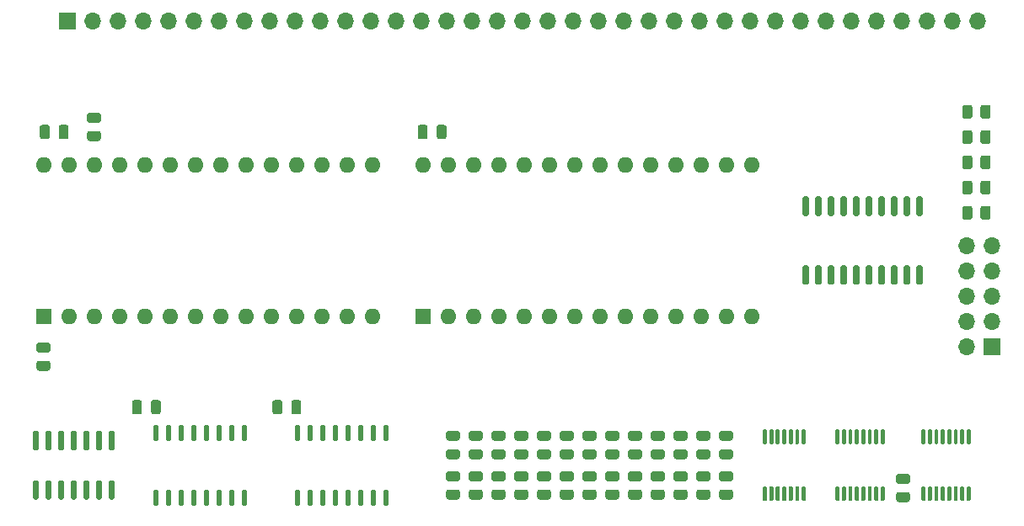
<source format=gbr>
%TF.GenerationSoftware,KiCad,Pcbnew,(5.1.10-1-10_14)*%
%TF.CreationDate,2021-12-06T09:48:52-05:00*%
%TF.ProjectId,control-unit-eeprom,636f6e74-726f-46c2-9d75-6e69742d6565,rev?*%
%TF.SameCoordinates,Original*%
%TF.FileFunction,Soldermask,Top*%
%TF.FilePolarity,Negative*%
%FSLAX46Y46*%
G04 Gerber Fmt 4.6, Leading zero omitted, Abs format (unit mm)*
G04 Created by KiCad (PCBNEW (5.1.10-1-10_14)) date 2021-12-06 09:48:52*
%MOMM*%
%LPD*%
G01*
G04 APERTURE LIST*
%ADD10O,1.700000X1.700000*%
%ADD11R,1.700000X1.700000*%
%ADD12O,1.600000X1.600000*%
%ADD13R,1.600000X1.600000*%
G04 APERTURE END LIST*
D10*
%TO.C,J2*%
X66956000Y-126492000D03*
X64416000Y-126492000D03*
X61876000Y-126492000D03*
X59336000Y-126492000D03*
X56796000Y-126492000D03*
X54256000Y-126492000D03*
X51716000Y-126492000D03*
X49176000Y-126492000D03*
X46636000Y-126492000D03*
X44096000Y-126492000D03*
X41556000Y-126492000D03*
X39016000Y-126492000D03*
X36476000Y-126492000D03*
X33936000Y-126492000D03*
X31396000Y-126492000D03*
X28856000Y-126492000D03*
X26316000Y-126492000D03*
X23776000Y-126492000D03*
X21236000Y-126492000D03*
X18696000Y-126492000D03*
X16156000Y-126492000D03*
X13616000Y-126492000D03*
X11076000Y-126492000D03*
X8536000Y-126492000D03*
X5996000Y-126492000D03*
X3456000Y-126492000D03*
X916000Y-126492000D03*
X-1624000Y-126492000D03*
X-4164000Y-126492000D03*
X-6704000Y-126492000D03*
X-9244000Y-126492000D03*
X-11784000Y-126492000D03*
X-14324000Y-126492000D03*
X-16864000Y-126492000D03*
X-19404000Y-126492000D03*
X-21944000Y-126492000D03*
D11*
X-24484000Y-126492000D03*
%TD*%
D12*
%TO.C,U9*%
X-26924000Y-140970000D03*
X6096000Y-156210000D03*
X-24384000Y-140970000D03*
X3556000Y-156210000D03*
X-21844000Y-140970000D03*
X1016000Y-156210000D03*
X-19304000Y-140970000D03*
X-1524000Y-156210000D03*
X-16764000Y-140970000D03*
X-4064000Y-156210000D03*
X-14224000Y-140970000D03*
X-6604000Y-156210000D03*
X-11684000Y-140970000D03*
X-9144000Y-156210000D03*
X-9144000Y-140970000D03*
X-11684000Y-156210000D03*
X-6604000Y-140970000D03*
X-14224000Y-156210000D03*
X-4064000Y-140970000D03*
X-16764000Y-156210000D03*
X-1524000Y-140970000D03*
X-19304000Y-156210000D03*
X1016000Y-140970000D03*
X-21844000Y-156210000D03*
X3556000Y-140970000D03*
X-24384000Y-156210000D03*
X6096000Y-140970000D03*
D13*
X-26924000Y-156210000D03*
%TD*%
%TO.C,U5*%
G36*
G01*
X-15483500Y-168746000D02*
X-15758500Y-168746000D01*
G75*
G02*
X-15896000Y-168608500I0J137500D01*
G01*
X-15896000Y-167283500D01*
G75*
G02*
X-15758500Y-167146000I137500J0D01*
G01*
X-15483500Y-167146000D01*
G75*
G02*
X-15346000Y-167283500I0J-137500D01*
G01*
X-15346000Y-168608500D01*
G75*
G02*
X-15483500Y-168746000I-137500J0D01*
G01*
G37*
G36*
G01*
X-14213500Y-168746000D02*
X-14488500Y-168746000D01*
G75*
G02*
X-14626000Y-168608500I0J137500D01*
G01*
X-14626000Y-167283500D01*
G75*
G02*
X-14488500Y-167146000I137500J0D01*
G01*
X-14213500Y-167146000D01*
G75*
G02*
X-14076000Y-167283500I0J-137500D01*
G01*
X-14076000Y-168608500D01*
G75*
G02*
X-14213500Y-168746000I-137500J0D01*
G01*
G37*
G36*
G01*
X-12943500Y-168746000D02*
X-13218500Y-168746000D01*
G75*
G02*
X-13356000Y-168608500I0J137500D01*
G01*
X-13356000Y-167283500D01*
G75*
G02*
X-13218500Y-167146000I137500J0D01*
G01*
X-12943500Y-167146000D01*
G75*
G02*
X-12806000Y-167283500I0J-137500D01*
G01*
X-12806000Y-168608500D01*
G75*
G02*
X-12943500Y-168746000I-137500J0D01*
G01*
G37*
G36*
G01*
X-11673500Y-168746000D02*
X-11948500Y-168746000D01*
G75*
G02*
X-12086000Y-168608500I0J137500D01*
G01*
X-12086000Y-167283500D01*
G75*
G02*
X-11948500Y-167146000I137500J0D01*
G01*
X-11673500Y-167146000D01*
G75*
G02*
X-11536000Y-167283500I0J-137500D01*
G01*
X-11536000Y-168608500D01*
G75*
G02*
X-11673500Y-168746000I-137500J0D01*
G01*
G37*
G36*
G01*
X-10403500Y-168746000D02*
X-10678500Y-168746000D01*
G75*
G02*
X-10816000Y-168608500I0J137500D01*
G01*
X-10816000Y-167283500D01*
G75*
G02*
X-10678500Y-167146000I137500J0D01*
G01*
X-10403500Y-167146000D01*
G75*
G02*
X-10266000Y-167283500I0J-137500D01*
G01*
X-10266000Y-168608500D01*
G75*
G02*
X-10403500Y-168746000I-137500J0D01*
G01*
G37*
G36*
G01*
X-9133500Y-168746000D02*
X-9408500Y-168746000D01*
G75*
G02*
X-9546000Y-168608500I0J137500D01*
G01*
X-9546000Y-167283500D01*
G75*
G02*
X-9408500Y-167146000I137500J0D01*
G01*
X-9133500Y-167146000D01*
G75*
G02*
X-8996000Y-167283500I0J-137500D01*
G01*
X-8996000Y-168608500D01*
G75*
G02*
X-9133500Y-168746000I-137500J0D01*
G01*
G37*
G36*
G01*
X-7863500Y-168746000D02*
X-8138500Y-168746000D01*
G75*
G02*
X-8276000Y-168608500I0J137500D01*
G01*
X-8276000Y-167283500D01*
G75*
G02*
X-8138500Y-167146000I137500J0D01*
G01*
X-7863500Y-167146000D01*
G75*
G02*
X-7726000Y-167283500I0J-137500D01*
G01*
X-7726000Y-168608500D01*
G75*
G02*
X-7863500Y-168746000I-137500J0D01*
G01*
G37*
G36*
G01*
X-6593500Y-168746000D02*
X-6868500Y-168746000D01*
G75*
G02*
X-7006000Y-168608500I0J137500D01*
G01*
X-7006000Y-167283500D01*
G75*
G02*
X-6868500Y-167146000I137500J0D01*
G01*
X-6593500Y-167146000D01*
G75*
G02*
X-6456000Y-167283500I0J-137500D01*
G01*
X-6456000Y-168608500D01*
G75*
G02*
X-6593500Y-168746000I-137500J0D01*
G01*
G37*
G36*
G01*
X-6593500Y-175246000D02*
X-6868500Y-175246000D01*
G75*
G02*
X-7006000Y-175108500I0J137500D01*
G01*
X-7006000Y-173783500D01*
G75*
G02*
X-6868500Y-173646000I137500J0D01*
G01*
X-6593500Y-173646000D01*
G75*
G02*
X-6456000Y-173783500I0J-137500D01*
G01*
X-6456000Y-175108500D01*
G75*
G02*
X-6593500Y-175246000I-137500J0D01*
G01*
G37*
G36*
G01*
X-7863500Y-175246000D02*
X-8138500Y-175246000D01*
G75*
G02*
X-8276000Y-175108500I0J137500D01*
G01*
X-8276000Y-173783500D01*
G75*
G02*
X-8138500Y-173646000I137500J0D01*
G01*
X-7863500Y-173646000D01*
G75*
G02*
X-7726000Y-173783500I0J-137500D01*
G01*
X-7726000Y-175108500D01*
G75*
G02*
X-7863500Y-175246000I-137500J0D01*
G01*
G37*
G36*
G01*
X-9133500Y-175246000D02*
X-9408500Y-175246000D01*
G75*
G02*
X-9546000Y-175108500I0J137500D01*
G01*
X-9546000Y-173783500D01*
G75*
G02*
X-9408500Y-173646000I137500J0D01*
G01*
X-9133500Y-173646000D01*
G75*
G02*
X-8996000Y-173783500I0J-137500D01*
G01*
X-8996000Y-175108500D01*
G75*
G02*
X-9133500Y-175246000I-137500J0D01*
G01*
G37*
G36*
G01*
X-10403500Y-175246000D02*
X-10678500Y-175246000D01*
G75*
G02*
X-10816000Y-175108500I0J137500D01*
G01*
X-10816000Y-173783500D01*
G75*
G02*
X-10678500Y-173646000I137500J0D01*
G01*
X-10403500Y-173646000D01*
G75*
G02*
X-10266000Y-173783500I0J-137500D01*
G01*
X-10266000Y-175108500D01*
G75*
G02*
X-10403500Y-175246000I-137500J0D01*
G01*
G37*
G36*
G01*
X-11673500Y-175246000D02*
X-11948500Y-175246000D01*
G75*
G02*
X-12086000Y-175108500I0J137500D01*
G01*
X-12086000Y-173783500D01*
G75*
G02*
X-11948500Y-173646000I137500J0D01*
G01*
X-11673500Y-173646000D01*
G75*
G02*
X-11536000Y-173783500I0J-137500D01*
G01*
X-11536000Y-175108500D01*
G75*
G02*
X-11673500Y-175246000I-137500J0D01*
G01*
G37*
G36*
G01*
X-12943500Y-175246000D02*
X-13218500Y-175246000D01*
G75*
G02*
X-13356000Y-175108500I0J137500D01*
G01*
X-13356000Y-173783500D01*
G75*
G02*
X-13218500Y-173646000I137500J0D01*
G01*
X-12943500Y-173646000D01*
G75*
G02*
X-12806000Y-173783500I0J-137500D01*
G01*
X-12806000Y-175108500D01*
G75*
G02*
X-12943500Y-175246000I-137500J0D01*
G01*
G37*
G36*
G01*
X-14213500Y-175246000D02*
X-14488500Y-175246000D01*
G75*
G02*
X-14626000Y-175108500I0J137500D01*
G01*
X-14626000Y-173783500D01*
G75*
G02*
X-14488500Y-173646000I137500J0D01*
G01*
X-14213500Y-173646000D01*
G75*
G02*
X-14076000Y-173783500I0J-137500D01*
G01*
X-14076000Y-175108500D01*
G75*
G02*
X-14213500Y-175246000I-137500J0D01*
G01*
G37*
G36*
G01*
X-15483500Y-175246000D02*
X-15758500Y-175246000D01*
G75*
G02*
X-15896000Y-175108500I0J137500D01*
G01*
X-15896000Y-173783500D01*
G75*
G02*
X-15758500Y-173646000I137500J0D01*
G01*
X-15483500Y-173646000D01*
G75*
G02*
X-15346000Y-173783500I0J-137500D01*
G01*
X-15346000Y-175108500D01*
G75*
G02*
X-15483500Y-175246000I-137500J0D01*
G01*
G37*
%TD*%
%TO.C,U3*%
G36*
G01*
X-1259500Y-168746000D02*
X-1534500Y-168746000D01*
G75*
G02*
X-1672000Y-168608500I0J137500D01*
G01*
X-1672000Y-167283500D01*
G75*
G02*
X-1534500Y-167146000I137500J0D01*
G01*
X-1259500Y-167146000D01*
G75*
G02*
X-1122000Y-167283500I0J-137500D01*
G01*
X-1122000Y-168608500D01*
G75*
G02*
X-1259500Y-168746000I-137500J0D01*
G01*
G37*
G36*
G01*
X10500Y-168746000D02*
X-264500Y-168746000D01*
G75*
G02*
X-402000Y-168608500I0J137500D01*
G01*
X-402000Y-167283500D01*
G75*
G02*
X-264500Y-167146000I137500J0D01*
G01*
X10500Y-167146000D01*
G75*
G02*
X148000Y-167283500I0J-137500D01*
G01*
X148000Y-168608500D01*
G75*
G02*
X10500Y-168746000I-137500J0D01*
G01*
G37*
G36*
G01*
X1280500Y-168746000D02*
X1005500Y-168746000D01*
G75*
G02*
X868000Y-168608500I0J137500D01*
G01*
X868000Y-167283500D01*
G75*
G02*
X1005500Y-167146000I137500J0D01*
G01*
X1280500Y-167146000D01*
G75*
G02*
X1418000Y-167283500I0J-137500D01*
G01*
X1418000Y-168608500D01*
G75*
G02*
X1280500Y-168746000I-137500J0D01*
G01*
G37*
G36*
G01*
X2550500Y-168746000D02*
X2275500Y-168746000D01*
G75*
G02*
X2138000Y-168608500I0J137500D01*
G01*
X2138000Y-167283500D01*
G75*
G02*
X2275500Y-167146000I137500J0D01*
G01*
X2550500Y-167146000D01*
G75*
G02*
X2688000Y-167283500I0J-137500D01*
G01*
X2688000Y-168608500D01*
G75*
G02*
X2550500Y-168746000I-137500J0D01*
G01*
G37*
G36*
G01*
X3820500Y-168746000D02*
X3545500Y-168746000D01*
G75*
G02*
X3408000Y-168608500I0J137500D01*
G01*
X3408000Y-167283500D01*
G75*
G02*
X3545500Y-167146000I137500J0D01*
G01*
X3820500Y-167146000D01*
G75*
G02*
X3958000Y-167283500I0J-137500D01*
G01*
X3958000Y-168608500D01*
G75*
G02*
X3820500Y-168746000I-137500J0D01*
G01*
G37*
G36*
G01*
X5090500Y-168746000D02*
X4815500Y-168746000D01*
G75*
G02*
X4678000Y-168608500I0J137500D01*
G01*
X4678000Y-167283500D01*
G75*
G02*
X4815500Y-167146000I137500J0D01*
G01*
X5090500Y-167146000D01*
G75*
G02*
X5228000Y-167283500I0J-137500D01*
G01*
X5228000Y-168608500D01*
G75*
G02*
X5090500Y-168746000I-137500J0D01*
G01*
G37*
G36*
G01*
X6360500Y-168746000D02*
X6085500Y-168746000D01*
G75*
G02*
X5948000Y-168608500I0J137500D01*
G01*
X5948000Y-167283500D01*
G75*
G02*
X6085500Y-167146000I137500J0D01*
G01*
X6360500Y-167146000D01*
G75*
G02*
X6498000Y-167283500I0J-137500D01*
G01*
X6498000Y-168608500D01*
G75*
G02*
X6360500Y-168746000I-137500J0D01*
G01*
G37*
G36*
G01*
X7630500Y-168746000D02*
X7355500Y-168746000D01*
G75*
G02*
X7218000Y-168608500I0J137500D01*
G01*
X7218000Y-167283500D01*
G75*
G02*
X7355500Y-167146000I137500J0D01*
G01*
X7630500Y-167146000D01*
G75*
G02*
X7768000Y-167283500I0J-137500D01*
G01*
X7768000Y-168608500D01*
G75*
G02*
X7630500Y-168746000I-137500J0D01*
G01*
G37*
G36*
G01*
X7630500Y-175246000D02*
X7355500Y-175246000D01*
G75*
G02*
X7218000Y-175108500I0J137500D01*
G01*
X7218000Y-173783500D01*
G75*
G02*
X7355500Y-173646000I137500J0D01*
G01*
X7630500Y-173646000D01*
G75*
G02*
X7768000Y-173783500I0J-137500D01*
G01*
X7768000Y-175108500D01*
G75*
G02*
X7630500Y-175246000I-137500J0D01*
G01*
G37*
G36*
G01*
X6360500Y-175246000D02*
X6085500Y-175246000D01*
G75*
G02*
X5948000Y-175108500I0J137500D01*
G01*
X5948000Y-173783500D01*
G75*
G02*
X6085500Y-173646000I137500J0D01*
G01*
X6360500Y-173646000D01*
G75*
G02*
X6498000Y-173783500I0J-137500D01*
G01*
X6498000Y-175108500D01*
G75*
G02*
X6360500Y-175246000I-137500J0D01*
G01*
G37*
G36*
G01*
X5090500Y-175246000D02*
X4815500Y-175246000D01*
G75*
G02*
X4678000Y-175108500I0J137500D01*
G01*
X4678000Y-173783500D01*
G75*
G02*
X4815500Y-173646000I137500J0D01*
G01*
X5090500Y-173646000D01*
G75*
G02*
X5228000Y-173783500I0J-137500D01*
G01*
X5228000Y-175108500D01*
G75*
G02*
X5090500Y-175246000I-137500J0D01*
G01*
G37*
G36*
G01*
X3820500Y-175246000D02*
X3545500Y-175246000D01*
G75*
G02*
X3408000Y-175108500I0J137500D01*
G01*
X3408000Y-173783500D01*
G75*
G02*
X3545500Y-173646000I137500J0D01*
G01*
X3820500Y-173646000D01*
G75*
G02*
X3958000Y-173783500I0J-137500D01*
G01*
X3958000Y-175108500D01*
G75*
G02*
X3820500Y-175246000I-137500J0D01*
G01*
G37*
G36*
G01*
X2550500Y-175246000D02*
X2275500Y-175246000D01*
G75*
G02*
X2138000Y-175108500I0J137500D01*
G01*
X2138000Y-173783500D01*
G75*
G02*
X2275500Y-173646000I137500J0D01*
G01*
X2550500Y-173646000D01*
G75*
G02*
X2688000Y-173783500I0J-137500D01*
G01*
X2688000Y-175108500D01*
G75*
G02*
X2550500Y-175246000I-137500J0D01*
G01*
G37*
G36*
G01*
X1280500Y-175246000D02*
X1005500Y-175246000D01*
G75*
G02*
X868000Y-175108500I0J137500D01*
G01*
X868000Y-173783500D01*
G75*
G02*
X1005500Y-173646000I137500J0D01*
G01*
X1280500Y-173646000D01*
G75*
G02*
X1418000Y-173783500I0J-137500D01*
G01*
X1418000Y-175108500D01*
G75*
G02*
X1280500Y-175246000I-137500J0D01*
G01*
G37*
G36*
G01*
X10500Y-175246000D02*
X-264500Y-175246000D01*
G75*
G02*
X-402000Y-175108500I0J137500D01*
G01*
X-402000Y-173783500D01*
G75*
G02*
X-264500Y-173646000I137500J0D01*
G01*
X10500Y-173646000D01*
G75*
G02*
X148000Y-173783500I0J-137500D01*
G01*
X148000Y-175108500D01*
G75*
G02*
X10500Y-175246000I-137500J0D01*
G01*
G37*
G36*
G01*
X-1259500Y-175246000D02*
X-1534500Y-175246000D01*
G75*
G02*
X-1672000Y-175108500I0J137500D01*
G01*
X-1672000Y-173783500D01*
G75*
G02*
X-1534500Y-173646000I137500J0D01*
G01*
X-1259500Y-173646000D01*
G75*
G02*
X-1122000Y-173783500I0J-137500D01*
G01*
X-1122000Y-175108500D01*
G75*
G02*
X-1259500Y-175246000I-137500J0D01*
G01*
G37*
%TD*%
%TO.C,R21*%
G36*
G01*
X30676002Y-172828000D02*
X29775998Y-172828000D01*
G75*
G02*
X29526000Y-172578002I0J249998D01*
G01*
X29526000Y-172052998D01*
G75*
G02*
X29775998Y-171803000I249998J0D01*
G01*
X30676002Y-171803000D01*
G75*
G02*
X30926000Y-172052998I0J-249998D01*
G01*
X30926000Y-172578002D01*
G75*
G02*
X30676002Y-172828000I-249998J0D01*
G01*
G37*
G36*
G01*
X30676002Y-174653000D02*
X29775998Y-174653000D01*
G75*
G02*
X29526000Y-174403002I0J249998D01*
G01*
X29526000Y-173877998D01*
G75*
G02*
X29775998Y-173628000I249998J0D01*
G01*
X30676002Y-173628000D01*
G75*
G02*
X30926000Y-173877998I0J-249998D01*
G01*
X30926000Y-174403002D01*
G75*
G02*
X30676002Y-174653000I-249998J0D01*
G01*
G37*
%TD*%
%TO.C,R20*%
G36*
G01*
X28390002Y-172828000D02*
X27489998Y-172828000D01*
G75*
G02*
X27240000Y-172578002I0J249998D01*
G01*
X27240000Y-172052998D01*
G75*
G02*
X27489998Y-171803000I249998J0D01*
G01*
X28390002Y-171803000D01*
G75*
G02*
X28640000Y-172052998I0J-249998D01*
G01*
X28640000Y-172578002D01*
G75*
G02*
X28390002Y-172828000I-249998J0D01*
G01*
G37*
G36*
G01*
X28390002Y-174653000D02*
X27489998Y-174653000D01*
G75*
G02*
X27240000Y-174403002I0J249998D01*
G01*
X27240000Y-173877998D01*
G75*
G02*
X27489998Y-173628000I249998J0D01*
G01*
X28390002Y-173628000D01*
G75*
G02*
X28640000Y-173877998I0J-249998D01*
G01*
X28640000Y-174403002D01*
G75*
G02*
X28390002Y-174653000I-249998J0D01*
G01*
G37*
%TD*%
%TO.C,R19*%
G36*
G01*
X26104002Y-172828000D02*
X25203998Y-172828000D01*
G75*
G02*
X24954000Y-172578002I0J249998D01*
G01*
X24954000Y-172052998D01*
G75*
G02*
X25203998Y-171803000I249998J0D01*
G01*
X26104002Y-171803000D01*
G75*
G02*
X26354000Y-172052998I0J-249998D01*
G01*
X26354000Y-172578002D01*
G75*
G02*
X26104002Y-172828000I-249998J0D01*
G01*
G37*
G36*
G01*
X26104002Y-174653000D02*
X25203998Y-174653000D01*
G75*
G02*
X24954000Y-174403002I0J249998D01*
G01*
X24954000Y-173877998D01*
G75*
G02*
X25203998Y-173628000I249998J0D01*
G01*
X26104002Y-173628000D01*
G75*
G02*
X26354000Y-173877998I0J-249998D01*
G01*
X26354000Y-174403002D01*
G75*
G02*
X26104002Y-174653000I-249998J0D01*
G01*
G37*
%TD*%
%TO.C,R18*%
G36*
G01*
X23818002Y-172828000D02*
X22917998Y-172828000D01*
G75*
G02*
X22668000Y-172578002I0J249998D01*
G01*
X22668000Y-172052998D01*
G75*
G02*
X22917998Y-171803000I249998J0D01*
G01*
X23818002Y-171803000D01*
G75*
G02*
X24068000Y-172052998I0J-249998D01*
G01*
X24068000Y-172578002D01*
G75*
G02*
X23818002Y-172828000I-249998J0D01*
G01*
G37*
G36*
G01*
X23818002Y-174653000D02*
X22917998Y-174653000D01*
G75*
G02*
X22668000Y-174403002I0J249998D01*
G01*
X22668000Y-173877998D01*
G75*
G02*
X22917998Y-173628000I249998J0D01*
G01*
X23818002Y-173628000D01*
G75*
G02*
X24068000Y-173877998I0J-249998D01*
G01*
X24068000Y-174403002D01*
G75*
G02*
X23818002Y-174653000I-249998J0D01*
G01*
G37*
%TD*%
%TO.C,R17*%
G36*
G01*
X21532002Y-172828000D02*
X20631998Y-172828000D01*
G75*
G02*
X20382000Y-172578002I0J249998D01*
G01*
X20382000Y-172052998D01*
G75*
G02*
X20631998Y-171803000I249998J0D01*
G01*
X21532002Y-171803000D01*
G75*
G02*
X21782000Y-172052998I0J-249998D01*
G01*
X21782000Y-172578002D01*
G75*
G02*
X21532002Y-172828000I-249998J0D01*
G01*
G37*
G36*
G01*
X21532002Y-174653000D02*
X20631998Y-174653000D01*
G75*
G02*
X20382000Y-174403002I0J249998D01*
G01*
X20382000Y-173877998D01*
G75*
G02*
X20631998Y-173628000I249998J0D01*
G01*
X21532002Y-173628000D01*
G75*
G02*
X21782000Y-173877998I0J-249998D01*
G01*
X21782000Y-174403002D01*
G75*
G02*
X21532002Y-174653000I-249998J0D01*
G01*
G37*
%TD*%
%TO.C,R16*%
G36*
G01*
X19246002Y-172828000D02*
X18345998Y-172828000D01*
G75*
G02*
X18096000Y-172578002I0J249998D01*
G01*
X18096000Y-172052998D01*
G75*
G02*
X18345998Y-171803000I249998J0D01*
G01*
X19246002Y-171803000D01*
G75*
G02*
X19496000Y-172052998I0J-249998D01*
G01*
X19496000Y-172578002D01*
G75*
G02*
X19246002Y-172828000I-249998J0D01*
G01*
G37*
G36*
G01*
X19246002Y-174653000D02*
X18345998Y-174653000D01*
G75*
G02*
X18096000Y-174403002I0J249998D01*
G01*
X18096000Y-173877998D01*
G75*
G02*
X18345998Y-173628000I249998J0D01*
G01*
X19246002Y-173628000D01*
G75*
G02*
X19496000Y-173877998I0J-249998D01*
G01*
X19496000Y-174403002D01*
G75*
G02*
X19246002Y-174653000I-249998J0D01*
G01*
G37*
%TD*%
%TO.C,R15*%
G36*
G01*
X16960002Y-172828000D02*
X16059998Y-172828000D01*
G75*
G02*
X15810000Y-172578002I0J249998D01*
G01*
X15810000Y-172052998D01*
G75*
G02*
X16059998Y-171803000I249998J0D01*
G01*
X16960002Y-171803000D01*
G75*
G02*
X17210000Y-172052998I0J-249998D01*
G01*
X17210000Y-172578002D01*
G75*
G02*
X16960002Y-172828000I-249998J0D01*
G01*
G37*
G36*
G01*
X16960002Y-174653000D02*
X16059998Y-174653000D01*
G75*
G02*
X15810000Y-174403002I0J249998D01*
G01*
X15810000Y-173877998D01*
G75*
G02*
X16059998Y-173628000I249998J0D01*
G01*
X16960002Y-173628000D01*
G75*
G02*
X17210000Y-173877998I0J-249998D01*
G01*
X17210000Y-174403002D01*
G75*
G02*
X16960002Y-174653000I-249998J0D01*
G01*
G37*
%TD*%
%TO.C,R14*%
G36*
G01*
X14674002Y-172828000D02*
X13773998Y-172828000D01*
G75*
G02*
X13524000Y-172578002I0J249998D01*
G01*
X13524000Y-172052998D01*
G75*
G02*
X13773998Y-171803000I249998J0D01*
G01*
X14674002Y-171803000D01*
G75*
G02*
X14924000Y-172052998I0J-249998D01*
G01*
X14924000Y-172578002D01*
G75*
G02*
X14674002Y-172828000I-249998J0D01*
G01*
G37*
G36*
G01*
X14674002Y-174653000D02*
X13773998Y-174653000D01*
G75*
G02*
X13524000Y-174403002I0J249998D01*
G01*
X13524000Y-173877998D01*
G75*
G02*
X13773998Y-173628000I249998J0D01*
G01*
X14674002Y-173628000D01*
G75*
G02*
X14924000Y-173877998I0J-249998D01*
G01*
X14924000Y-174403002D01*
G75*
G02*
X14674002Y-174653000I-249998J0D01*
G01*
G37*
%TD*%
%TO.C,D13*%
G36*
G01*
X30682250Y-168714000D02*
X29769750Y-168714000D01*
G75*
G02*
X29526000Y-168470250I0J243750D01*
G01*
X29526000Y-167982750D01*
G75*
G02*
X29769750Y-167739000I243750J0D01*
G01*
X30682250Y-167739000D01*
G75*
G02*
X30926000Y-167982750I0J-243750D01*
G01*
X30926000Y-168470250D01*
G75*
G02*
X30682250Y-168714000I-243750J0D01*
G01*
G37*
G36*
G01*
X30682250Y-170589000D02*
X29769750Y-170589000D01*
G75*
G02*
X29526000Y-170345250I0J243750D01*
G01*
X29526000Y-169857750D01*
G75*
G02*
X29769750Y-169614000I243750J0D01*
G01*
X30682250Y-169614000D01*
G75*
G02*
X30926000Y-169857750I0J-243750D01*
G01*
X30926000Y-170345250D01*
G75*
G02*
X30682250Y-170589000I-243750J0D01*
G01*
G37*
%TD*%
%TO.C,D12*%
G36*
G01*
X28396250Y-168714000D02*
X27483750Y-168714000D01*
G75*
G02*
X27240000Y-168470250I0J243750D01*
G01*
X27240000Y-167982750D01*
G75*
G02*
X27483750Y-167739000I243750J0D01*
G01*
X28396250Y-167739000D01*
G75*
G02*
X28640000Y-167982750I0J-243750D01*
G01*
X28640000Y-168470250D01*
G75*
G02*
X28396250Y-168714000I-243750J0D01*
G01*
G37*
G36*
G01*
X28396250Y-170589000D02*
X27483750Y-170589000D01*
G75*
G02*
X27240000Y-170345250I0J243750D01*
G01*
X27240000Y-169857750D01*
G75*
G02*
X27483750Y-169614000I243750J0D01*
G01*
X28396250Y-169614000D01*
G75*
G02*
X28640000Y-169857750I0J-243750D01*
G01*
X28640000Y-170345250D01*
G75*
G02*
X28396250Y-170589000I-243750J0D01*
G01*
G37*
%TD*%
%TO.C,D11*%
G36*
G01*
X26110250Y-168714000D02*
X25197750Y-168714000D01*
G75*
G02*
X24954000Y-168470250I0J243750D01*
G01*
X24954000Y-167982750D01*
G75*
G02*
X25197750Y-167739000I243750J0D01*
G01*
X26110250Y-167739000D01*
G75*
G02*
X26354000Y-167982750I0J-243750D01*
G01*
X26354000Y-168470250D01*
G75*
G02*
X26110250Y-168714000I-243750J0D01*
G01*
G37*
G36*
G01*
X26110250Y-170589000D02*
X25197750Y-170589000D01*
G75*
G02*
X24954000Y-170345250I0J243750D01*
G01*
X24954000Y-169857750D01*
G75*
G02*
X25197750Y-169614000I243750J0D01*
G01*
X26110250Y-169614000D01*
G75*
G02*
X26354000Y-169857750I0J-243750D01*
G01*
X26354000Y-170345250D01*
G75*
G02*
X26110250Y-170589000I-243750J0D01*
G01*
G37*
%TD*%
%TO.C,D10*%
G36*
G01*
X23824250Y-168714000D02*
X22911750Y-168714000D01*
G75*
G02*
X22668000Y-168470250I0J243750D01*
G01*
X22668000Y-167982750D01*
G75*
G02*
X22911750Y-167739000I243750J0D01*
G01*
X23824250Y-167739000D01*
G75*
G02*
X24068000Y-167982750I0J-243750D01*
G01*
X24068000Y-168470250D01*
G75*
G02*
X23824250Y-168714000I-243750J0D01*
G01*
G37*
G36*
G01*
X23824250Y-170589000D02*
X22911750Y-170589000D01*
G75*
G02*
X22668000Y-170345250I0J243750D01*
G01*
X22668000Y-169857750D01*
G75*
G02*
X22911750Y-169614000I243750J0D01*
G01*
X23824250Y-169614000D01*
G75*
G02*
X24068000Y-169857750I0J-243750D01*
G01*
X24068000Y-170345250D01*
G75*
G02*
X23824250Y-170589000I-243750J0D01*
G01*
G37*
%TD*%
%TO.C,D9*%
G36*
G01*
X21538250Y-168714000D02*
X20625750Y-168714000D01*
G75*
G02*
X20382000Y-168470250I0J243750D01*
G01*
X20382000Y-167982750D01*
G75*
G02*
X20625750Y-167739000I243750J0D01*
G01*
X21538250Y-167739000D01*
G75*
G02*
X21782000Y-167982750I0J-243750D01*
G01*
X21782000Y-168470250D01*
G75*
G02*
X21538250Y-168714000I-243750J0D01*
G01*
G37*
G36*
G01*
X21538250Y-170589000D02*
X20625750Y-170589000D01*
G75*
G02*
X20382000Y-170345250I0J243750D01*
G01*
X20382000Y-169857750D01*
G75*
G02*
X20625750Y-169614000I243750J0D01*
G01*
X21538250Y-169614000D01*
G75*
G02*
X21782000Y-169857750I0J-243750D01*
G01*
X21782000Y-170345250D01*
G75*
G02*
X21538250Y-170589000I-243750J0D01*
G01*
G37*
%TD*%
%TO.C,D8*%
G36*
G01*
X19252250Y-168714000D02*
X18339750Y-168714000D01*
G75*
G02*
X18096000Y-168470250I0J243750D01*
G01*
X18096000Y-167982750D01*
G75*
G02*
X18339750Y-167739000I243750J0D01*
G01*
X19252250Y-167739000D01*
G75*
G02*
X19496000Y-167982750I0J-243750D01*
G01*
X19496000Y-168470250D01*
G75*
G02*
X19252250Y-168714000I-243750J0D01*
G01*
G37*
G36*
G01*
X19252250Y-170589000D02*
X18339750Y-170589000D01*
G75*
G02*
X18096000Y-170345250I0J243750D01*
G01*
X18096000Y-169857750D01*
G75*
G02*
X18339750Y-169614000I243750J0D01*
G01*
X19252250Y-169614000D01*
G75*
G02*
X19496000Y-169857750I0J-243750D01*
G01*
X19496000Y-170345250D01*
G75*
G02*
X19252250Y-170589000I-243750J0D01*
G01*
G37*
%TD*%
%TO.C,D7*%
G36*
G01*
X16966250Y-168714000D02*
X16053750Y-168714000D01*
G75*
G02*
X15810000Y-168470250I0J243750D01*
G01*
X15810000Y-167982750D01*
G75*
G02*
X16053750Y-167739000I243750J0D01*
G01*
X16966250Y-167739000D01*
G75*
G02*
X17210000Y-167982750I0J-243750D01*
G01*
X17210000Y-168470250D01*
G75*
G02*
X16966250Y-168714000I-243750J0D01*
G01*
G37*
G36*
G01*
X16966250Y-170589000D02*
X16053750Y-170589000D01*
G75*
G02*
X15810000Y-170345250I0J243750D01*
G01*
X15810000Y-169857750D01*
G75*
G02*
X16053750Y-169614000I243750J0D01*
G01*
X16966250Y-169614000D01*
G75*
G02*
X17210000Y-169857750I0J-243750D01*
G01*
X17210000Y-170345250D01*
G75*
G02*
X16966250Y-170589000I-243750J0D01*
G01*
G37*
%TD*%
%TO.C,D6*%
G36*
G01*
X14680250Y-168714000D02*
X13767750Y-168714000D01*
G75*
G02*
X13524000Y-168470250I0J243750D01*
G01*
X13524000Y-167982750D01*
G75*
G02*
X13767750Y-167739000I243750J0D01*
G01*
X14680250Y-167739000D01*
G75*
G02*
X14924000Y-167982750I0J-243750D01*
G01*
X14924000Y-168470250D01*
G75*
G02*
X14680250Y-168714000I-243750J0D01*
G01*
G37*
G36*
G01*
X14680250Y-170589000D02*
X13767750Y-170589000D01*
G75*
G02*
X13524000Y-170345250I0J243750D01*
G01*
X13524000Y-169857750D01*
G75*
G02*
X13767750Y-169614000I243750J0D01*
G01*
X14680250Y-169614000D01*
G75*
G02*
X14924000Y-169857750I0J-243750D01*
G01*
X14924000Y-170345250D01*
G75*
G02*
X14680250Y-170589000I-243750J0D01*
G01*
G37*
%TD*%
%TO.C,C4*%
G36*
G01*
X-2924000Y-164879000D02*
X-2924000Y-165829000D01*
G75*
G02*
X-3174000Y-166079000I-250000J0D01*
G01*
X-3674000Y-166079000D01*
G75*
G02*
X-3924000Y-165829000I0J250000D01*
G01*
X-3924000Y-164879000D01*
G75*
G02*
X-3674000Y-164629000I250000J0D01*
G01*
X-3174000Y-164629000D01*
G75*
G02*
X-2924000Y-164879000I0J-250000D01*
G01*
G37*
G36*
G01*
X-1024000Y-164879000D02*
X-1024000Y-165829000D01*
G75*
G02*
X-1274000Y-166079000I-250000J0D01*
G01*
X-1774000Y-166079000D01*
G75*
G02*
X-2024000Y-165829000I0J250000D01*
G01*
X-2024000Y-164879000D01*
G75*
G02*
X-1774000Y-164629000I250000J0D01*
G01*
X-1274000Y-164629000D01*
G75*
G02*
X-1024000Y-164879000I0J-250000D01*
G01*
G37*
%TD*%
%TO.C,C3*%
G36*
G01*
X-17026000Y-164879000D02*
X-17026000Y-165829000D01*
G75*
G02*
X-17276000Y-166079000I-250000J0D01*
G01*
X-17776000Y-166079000D01*
G75*
G02*
X-18026000Y-165829000I0J250000D01*
G01*
X-18026000Y-164879000D01*
G75*
G02*
X-17776000Y-164629000I250000J0D01*
G01*
X-17276000Y-164629000D01*
G75*
G02*
X-17026000Y-164879000I0J-250000D01*
G01*
G37*
G36*
G01*
X-15126000Y-164879000D02*
X-15126000Y-165829000D01*
G75*
G02*
X-15376000Y-166079000I-250000J0D01*
G01*
X-15876000Y-166079000D01*
G75*
G02*
X-16126000Y-165829000I0J250000D01*
G01*
X-16126000Y-164879000D01*
G75*
G02*
X-15876000Y-164629000I250000J0D01*
G01*
X-15376000Y-164629000D01*
G75*
G02*
X-15126000Y-164879000I0J-250000D01*
G01*
G37*
%TD*%
%TO.C,C2*%
G36*
G01*
X12576000Y-138143000D02*
X12576000Y-137193000D01*
G75*
G02*
X12826000Y-136943000I250000J0D01*
G01*
X13326000Y-136943000D01*
G75*
G02*
X13576000Y-137193000I0J-250000D01*
G01*
X13576000Y-138143000D01*
G75*
G02*
X13326000Y-138393000I-250000J0D01*
G01*
X12826000Y-138393000D01*
G75*
G02*
X12576000Y-138143000I0J250000D01*
G01*
G37*
G36*
G01*
X10676000Y-138143000D02*
X10676000Y-137193000D01*
G75*
G02*
X10926000Y-136943000I250000J0D01*
G01*
X11426000Y-136943000D01*
G75*
G02*
X11676000Y-137193000I0J-250000D01*
G01*
X11676000Y-138143000D01*
G75*
G02*
X11426000Y-138393000I-250000J0D01*
G01*
X10926000Y-138393000D01*
G75*
G02*
X10676000Y-138143000I0J250000D01*
G01*
G37*
%TD*%
%TO.C,C1*%
G36*
G01*
X-25392000Y-138143000D02*
X-25392000Y-137193000D01*
G75*
G02*
X-25142000Y-136943000I250000J0D01*
G01*
X-24642000Y-136943000D01*
G75*
G02*
X-24392000Y-137193000I0J-250000D01*
G01*
X-24392000Y-138143000D01*
G75*
G02*
X-24642000Y-138393000I-250000J0D01*
G01*
X-25142000Y-138393000D01*
G75*
G02*
X-25392000Y-138143000I0J250000D01*
G01*
G37*
G36*
G01*
X-27292000Y-138143000D02*
X-27292000Y-137193000D01*
G75*
G02*
X-27042000Y-136943000I250000J0D01*
G01*
X-26542000Y-136943000D01*
G75*
G02*
X-26292000Y-137193000I0J-250000D01*
G01*
X-26292000Y-138143000D01*
G75*
G02*
X-26542000Y-138393000I-250000J0D01*
G01*
X-27042000Y-138393000D01*
G75*
G02*
X-27292000Y-138143000I0J250000D01*
G01*
G37*
%TD*%
D12*
%TO.C,U8*%
X11176000Y-140970000D03*
X44196000Y-156210000D03*
X13716000Y-140970000D03*
X41656000Y-156210000D03*
X16256000Y-140970000D03*
X39116000Y-156210000D03*
X18796000Y-140970000D03*
X36576000Y-156210000D03*
X21336000Y-140970000D03*
X34036000Y-156210000D03*
X23876000Y-140970000D03*
X31496000Y-156210000D03*
X26416000Y-140970000D03*
X28956000Y-156210000D03*
X28956000Y-140970000D03*
X26416000Y-156210000D03*
X31496000Y-140970000D03*
X23876000Y-156210000D03*
X34036000Y-140970000D03*
X21336000Y-156210000D03*
X36576000Y-140970000D03*
X18796000Y-156210000D03*
X39116000Y-140970000D03*
X16256000Y-156210000D03*
X41656000Y-140970000D03*
X13716000Y-156210000D03*
X44196000Y-140970000D03*
D13*
X11176000Y-156210000D03*
%TD*%
%TO.C,R13*%
G36*
G01*
X42106002Y-172828000D02*
X41205998Y-172828000D01*
G75*
G02*
X40956000Y-172578002I0J249998D01*
G01*
X40956000Y-172052998D01*
G75*
G02*
X41205998Y-171803000I249998J0D01*
G01*
X42106002Y-171803000D01*
G75*
G02*
X42356000Y-172052998I0J-249998D01*
G01*
X42356000Y-172578002D01*
G75*
G02*
X42106002Y-172828000I-249998J0D01*
G01*
G37*
G36*
G01*
X42106002Y-174653000D02*
X41205998Y-174653000D01*
G75*
G02*
X40956000Y-174403002I0J249998D01*
G01*
X40956000Y-173877998D01*
G75*
G02*
X41205998Y-173628000I249998J0D01*
G01*
X42106002Y-173628000D01*
G75*
G02*
X42356000Y-173877998I0J-249998D01*
G01*
X42356000Y-174403002D01*
G75*
G02*
X42106002Y-174653000I-249998J0D01*
G01*
G37*
%TD*%
%TO.C,R12*%
G36*
G01*
X39820002Y-172828000D02*
X38919998Y-172828000D01*
G75*
G02*
X38670000Y-172578002I0J249998D01*
G01*
X38670000Y-172052998D01*
G75*
G02*
X38919998Y-171803000I249998J0D01*
G01*
X39820002Y-171803000D01*
G75*
G02*
X40070000Y-172052998I0J-249998D01*
G01*
X40070000Y-172578002D01*
G75*
G02*
X39820002Y-172828000I-249998J0D01*
G01*
G37*
G36*
G01*
X39820002Y-174653000D02*
X38919998Y-174653000D01*
G75*
G02*
X38670000Y-174403002I0J249998D01*
G01*
X38670000Y-173877998D01*
G75*
G02*
X38919998Y-173628000I249998J0D01*
G01*
X39820002Y-173628000D01*
G75*
G02*
X40070000Y-173877998I0J-249998D01*
G01*
X40070000Y-174403002D01*
G75*
G02*
X39820002Y-174653000I-249998J0D01*
G01*
G37*
%TD*%
%TO.C,R11*%
G36*
G01*
X37534002Y-172828000D02*
X36633998Y-172828000D01*
G75*
G02*
X36384000Y-172578002I0J249998D01*
G01*
X36384000Y-172052998D01*
G75*
G02*
X36633998Y-171803000I249998J0D01*
G01*
X37534002Y-171803000D01*
G75*
G02*
X37784000Y-172052998I0J-249998D01*
G01*
X37784000Y-172578002D01*
G75*
G02*
X37534002Y-172828000I-249998J0D01*
G01*
G37*
G36*
G01*
X37534002Y-174653000D02*
X36633998Y-174653000D01*
G75*
G02*
X36384000Y-174403002I0J249998D01*
G01*
X36384000Y-173877998D01*
G75*
G02*
X36633998Y-173628000I249998J0D01*
G01*
X37534002Y-173628000D01*
G75*
G02*
X37784000Y-173877998I0J-249998D01*
G01*
X37784000Y-174403002D01*
G75*
G02*
X37534002Y-174653000I-249998J0D01*
G01*
G37*
%TD*%
%TO.C,R9*%
G36*
G01*
X35248002Y-172828000D02*
X34347998Y-172828000D01*
G75*
G02*
X34098000Y-172578002I0J249998D01*
G01*
X34098000Y-172052998D01*
G75*
G02*
X34347998Y-171803000I249998J0D01*
G01*
X35248002Y-171803000D01*
G75*
G02*
X35498000Y-172052998I0J-249998D01*
G01*
X35498000Y-172578002D01*
G75*
G02*
X35248002Y-172828000I-249998J0D01*
G01*
G37*
G36*
G01*
X35248002Y-174653000D02*
X34347998Y-174653000D01*
G75*
G02*
X34098000Y-174403002I0J249998D01*
G01*
X34098000Y-173877998D01*
G75*
G02*
X34347998Y-173628000I249998J0D01*
G01*
X35248002Y-173628000D01*
G75*
G02*
X35498000Y-173877998I0J-249998D01*
G01*
X35498000Y-174403002D01*
G75*
G02*
X35248002Y-174653000I-249998J0D01*
G01*
G37*
%TD*%
%TO.C,R7*%
G36*
G01*
X32962002Y-172828000D02*
X32061998Y-172828000D01*
G75*
G02*
X31812000Y-172578002I0J249998D01*
G01*
X31812000Y-172052998D01*
G75*
G02*
X32061998Y-171803000I249998J0D01*
G01*
X32962002Y-171803000D01*
G75*
G02*
X33212000Y-172052998I0J-249998D01*
G01*
X33212000Y-172578002D01*
G75*
G02*
X32962002Y-172828000I-249998J0D01*
G01*
G37*
G36*
G01*
X32962002Y-174653000D02*
X32061998Y-174653000D01*
G75*
G02*
X31812000Y-174403002I0J249998D01*
G01*
X31812000Y-173877998D01*
G75*
G02*
X32061998Y-173628000I249998J0D01*
G01*
X32962002Y-173628000D01*
G75*
G02*
X33212000Y-173877998I0J-249998D01*
G01*
X33212000Y-174403002D01*
G75*
G02*
X32962002Y-174653000I-249998J0D01*
G01*
G37*
%TD*%
%TO.C,D5*%
G36*
G01*
X42112250Y-168714000D02*
X41199750Y-168714000D01*
G75*
G02*
X40956000Y-168470250I0J243750D01*
G01*
X40956000Y-167982750D01*
G75*
G02*
X41199750Y-167739000I243750J0D01*
G01*
X42112250Y-167739000D01*
G75*
G02*
X42356000Y-167982750I0J-243750D01*
G01*
X42356000Y-168470250D01*
G75*
G02*
X42112250Y-168714000I-243750J0D01*
G01*
G37*
G36*
G01*
X42112250Y-170589000D02*
X41199750Y-170589000D01*
G75*
G02*
X40956000Y-170345250I0J243750D01*
G01*
X40956000Y-169857750D01*
G75*
G02*
X41199750Y-169614000I243750J0D01*
G01*
X42112250Y-169614000D01*
G75*
G02*
X42356000Y-169857750I0J-243750D01*
G01*
X42356000Y-170345250D01*
G75*
G02*
X42112250Y-170589000I-243750J0D01*
G01*
G37*
%TD*%
%TO.C,D4*%
G36*
G01*
X39826250Y-168714000D02*
X38913750Y-168714000D01*
G75*
G02*
X38670000Y-168470250I0J243750D01*
G01*
X38670000Y-167982750D01*
G75*
G02*
X38913750Y-167739000I243750J0D01*
G01*
X39826250Y-167739000D01*
G75*
G02*
X40070000Y-167982750I0J-243750D01*
G01*
X40070000Y-168470250D01*
G75*
G02*
X39826250Y-168714000I-243750J0D01*
G01*
G37*
G36*
G01*
X39826250Y-170589000D02*
X38913750Y-170589000D01*
G75*
G02*
X38670000Y-170345250I0J243750D01*
G01*
X38670000Y-169857750D01*
G75*
G02*
X38913750Y-169614000I243750J0D01*
G01*
X39826250Y-169614000D01*
G75*
G02*
X40070000Y-169857750I0J-243750D01*
G01*
X40070000Y-170345250D01*
G75*
G02*
X39826250Y-170589000I-243750J0D01*
G01*
G37*
%TD*%
%TO.C,D3*%
G36*
G01*
X37540250Y-168714000D02*
X36627750Y-168714000D01*
G75*
G02*
X36384000Y-168470250I0J243750D01*
G01*
X36384000Y-167982750D01*
G75*
G02*
X36627750Y-167739000I243750J0D01*
G01*
X37540250Y-167739000D01*
G75*
G02*
X37784000Y-167982750I0J-243750D01*
G01*
X37784000Y-168470250D01*
G75*
G02*
X37540250Y-168714000I-243750J0D01*
G01*
G37*
G36*
G01*
X37540250Y-170589000D02*
X36627750Y-170589000D01*
G75*
G02*
X36384000Y-170345250I0J243750D01*
G01*
X36384000Y-169857750D01*
G75*
G02*
X36627750Y-169614000I243750J0D01*
G01*
X37540250Y-169614000D01*
G75*
G02*
X37784000Y-169857750I0J-243750D01*
G01*
X37784000Y-170345250D01*
G75*
G02*
X37540250Y-170589000I-243750J0D01*
G01*
G37*
%TD*%
%TO.C,D2*%
G36*
G01*
X35254250Y-168714000D02*
X34341750Y-168714000D01*
G75*
G02*
X34098000Y-168470250I0J243750D01*
G01*
X34098000Y-167982750D01*
G75*
G02*
X34341750Y-167739000I243750J0D01*
G01*
X35254250Y-167739000D01*
G75*
G02*
X35498000Y-167982750I0J-243750D01*
G01*
X35498000Y-168470250D01*
G75*
G02*
X35254250Y-168714000I-243750J0D01*
G01*
G37*
G36*
G01*
X35254250Y-170589000D02*
X34341750Y-170589000D01*
G75*
G02*
X34098000Y-170345250I0J243750D01*
G01*
X34098000Y-169857750D01*
G75*
G02*
X34341750Y-169614000I243750J0D01*
G01*
X35254250Y-169614000D01*
G75*
G02*
X35498000Y-169857750I0J-243750D01*
G01*
X35498000Y-170345250D01*
G75*
G02*
X35254250Y-170589000I-243750J0D01*
G01*
G37*
%TD*%
%TO.C,D1*%
G36*
G01*
X32968250Y-168714000D02*
X32055750Y-168714000D01*
G75*
G02*
X31812000Y-168470250I0J243750D01*
G01*
X31812000Y-167982750D01*
G75*
G02*
X32055750Y-167739000I243750J0D01*
G01*
X32968250Y-167739000D01*
G75*
G02*
X33212000Y-167982750I0J-243750D01*
G01*
X33212000Y-168470250D01*
G75*
G02*
X32968250Y-168714000I-243750J0D01*
G01*
G37*
G36*
G01*
X32968250Y-170589000D02*
X32055750Y-170589000D01*
G75*
G02*
X31812000Y-170345250I0J243750D01*
G01*
X31812000Y-169857750D01*
G75*
G02*
X32055750Y-169614000I243750J0D01*
G01*
X32968250Y-169614000D01*
G75*
G02*
X33212000Y-169857750I0J-243750D01*
G01*
X33212000Y-170345250D01*
G75*
G02*
X32968250Y-170589000I-243750J0D01*
G01*
G37*
%TD*%
D10*
%TO.C,J1*%
X65786000Y-149098000D03*
X68326000Y-149098000D03*
X65786000Y-151638000D03*
X68326000Y-151638000D03*
X65786000Y-154178000D03*
X68326000Y-154178000D03*
X65786000Y-156718000D03*
X68326000Y-156718000D03*
X65786000Y-159258000D03*
D11*
X68326000Y-159258000D03*
%TD*%
%TO.C,U7*%
G36*
G01*
X-27536000Y-169696000D02*
X-27836000Y-169696000D01*
G75*
G02*
X-27986000Y-169546000I0J150000D01*
G01*
X-27986000Y-167896000D01*
G75*
G02*
X-27836000Y-167746000I150000J0D01*
G01*
X-27536000Y-167746000D01*
G75*
G02*
X-27386000Y-167896000I0J-150000D01*
G01*
X-27386000Y-169546000D01*
G75*
G02*
X-27536000Y-169696000I-150000J0D01*
G01*
G37*
G36*
G01*
X-26266000Y-169696000D02*
X-26566000Y-169696000D01*
G75*
G02*
X-26716000Y-169546000I0J150000D01*
G01*
X-26716000Y-167896000D01*
G75*
G02*
X-26566000Y-167746000I150000J0D01*
G01*
X-26266000Y-167746000D01*
G75*
G02*
X-26116000Y-167896000I0J-150000D01*
G01*
X-26116000Y-169546000D01*
G75*
G02*
X-26266000Y-169696000I-150000J0D01*
G01*
G37*
G36*
G01*
X-24996000Y-169696000D02*
X-25296000Y-169696000D01*
G75*
G02*
X-25446000Y-169546000I0J150000D01*
G01*
X-25446000Y-167896000D01*
G75*
G02*
X-25296000Y-167746000I150000J0D01*
G01*
X-24996000Y-167746000D01*
G75*
G02*
X-24846000Y-167896000I0J-150000D01*
G01*
X-24846000Y-169546000D01*
G75*
G02*
X-24996000Y-169696000I-150000J0D01*
G01*
G37*
G36*
G01*
X-23726000Y-169696000D02*
X-24026000Y-169696000D01*
G75*
G02*
X-24176000Y-169546000I0J150000D01*
G01*
X-24176000Y-167896000D01*
G75*
G02*
X-24026000Y-167746000I150000J0D01*
G01*
X-23726000Y-167746000D01*
G75*
G02*
X-23576000Y-167896000I0J-150000D01*
G01*
X-23576000Y-169546000D01*
G75*
G02*
X-23726000Y-169696000I-150000J0D01*
G01*
G37*
G36*
G01*
X-22456000Y-169696000D02*
X-22756000Y-169696000D01*
G75*
G02*
X-22906000Y-169546000I0J150000D01*
G01*
X-22906000Y-167896000D01*
G75*
G02*
X-22756000Y-167746000I150000J0D01*
G01*
X-22456000Y-167746000D01*
G75*
G02*
X-22306000Y-167896000I0J-150000D01*
G01*
X-22306000Y-169546000D01*
G75*
G02*
X-22456000Y-169696000I-150000J0D01*
G01*
G37*
G36*
G01*
X-21186000Y-169696000D02*
X-21486000Y-169696000D01*
G75*
G02*
X-21636000Y-169546000I0J150000D01*
G01*
X-21636000Y-167896000D01*
G75*
G02*
X-21486000Y-167746000I150000J0D01*
G01*
X-21186000Y-167746000D01*
G75*
G02*
X-21036000Y-167896000I0J-150000D01*
G01*
X-21036000Y-169546000D01*
G75*
G02*
X-21186000Y-169696000I-150000J0D01*
G01*
G37*
G36*
G01*
X-19916000Y-169696000D02*
X-20216000Y-169696000D01*
G75*
G02*
X-20366000Y-169546000I0J150000D01*
G01*
X-20366000Y-167896000D01*
G75*
G02*
X-20216000Y-167746000I150000J0D01*
G01*
X-19916000Y-167746000D01*
G75*
G02*
X-19766000Y-167896000I0J-150000D01*
G01*
X-19766000Y-169546000D01*
G75*
G02*
X-19916000Y-169696000I-150000J0D01*
G01*
G37*
G36*
G01*
X-19916000Y-174646000D02*
X-20216000Y-174646000D01*
G75*
G02*
X-20366000Y-174496000I0J150000D01*
G01*
X-20366000Y-172846000D01*
G75*
G02*
X-20216000Y-172696000I150000J0D01*
G01*
X-19916000Y-172696000D01*
G75*
G02*
X-19766000Y-172846000I0J-150000D01*
G01*
X-19766000Y-174496000D01*
G75*
G02*
X-19916000Y-174646000I-150000J0D01*
G01*
G37*
G36*
G01*
X-21186000Y-174646000D02*
X-21486000Y-174646000D01*
G75*
G02*
X-21636000Y-174496000I0J150000D01*
G01*
X-21636000Y-172846000D01*
G75*
G02*
X-21486000Y-172696000I150000J0D01*
G01*
X-21186000Y-172696000D01*
G75*
G02*
X-21036000Y-172846000I0J-150000D01*
G01*
X-21036000Y-174496000D01*
G75*
G02*
X-21186000Y-174646000I-150000J0D01*
G01*
G37*
G36*
G01*
X-22456000Y-174646000D02*
X-22756000Y-174646000D01*
G75*
G02*
X-22906000Y-174496000I0J150000D01*
G01*
X-22906000Y-172846000D01*
G75*
G02*
X-22756000Y-172696000I150000J0D01*
G01*
X-22456000Y-172696000D01*
G75*
G02*
X-22306000Y-172846000I0J-150000D01*
G01*
X-22306000Y-174496000D01*
G75*
G02*
X-22456000Y-174646000I-150000J0D01*
G01*
G37*
G36*
G01*
X-23726000Y-174646000D02*
X-24026000Y-174646000D01*
G75*
G02*
X-24176000Y-174496000I0J150000D01*
G01*
X-24176000Y-172846000D01*
G75*
G02*
X-24026000Y-172696000I150000J0D01*
G01*
X-23726000Y-172696000D01*
G75*
G02*
X-23576000Y-172846000I0J-150000D01*
G01*
X-23576000Y-174496000D01*
G75*
G02*
X-23726000Y-174646000I-150000J0D01*
G01*
G37*
G36*
G01*
X-24996000Y-174646000D02*
X-25296000Y-174646000D01*
G75*
G02*
X-25446000Y-174496000I0J150000D01*
G01*
X-25446000Y-172846000D01*
G75*
G02*
X-25296000Y-172696000I150000J0D01*
G01*
X-24996000Y-172696000D01*
G75*
G02*
X-24846000Y-172846000I0J-150000D01*
G01*
X-24846000Y-174496000D01*
G75*
G02*
X-24996000Y-174646000I-150000J0D01*
G01*
G37*
G36*
G01*
X-26266000Y-174646000D02*
X-26566000Y-174646000D01*
G75*
G02*
X-26716000Y-174496000I0J150000D01*
G01*
X-26716000Y-172846000D01*
G75*
G02*
X-26566000Y-172696000I150000J0D01*
G01*
X-26266000Y-172696000D01*
G75*
G02*
X-26116000Y-172846000I0J-150000D01*
G01*
X-26116000Y-174496000D01*
G75*
G02*
X-26266000Y-174646000I-150000J0D01*
G01*
G37*
G36*
G01*
X-27536000Y-174646000D02*
X-27836000Y-174646000D01*
G75*
G02*
X-27986000Y-174496000I0J150000D01*
G01*
X-27986000Y-172846000D01*
G75*
G02*
X-27836000Y-172696000I150000J0D01*
G01*
X-27536000Y-172696000D01*
G75*
G02*
X-27386000Y-172846000I0J-150000D01*
G01*
X-27386000Y-174496000D01*
G75*
G02*
X-27536000Y-174646000I-150000J0D01*
G01*
G37*
%TD*%
%TO.C,U6*%
G36*
G01*
X52943000Y-169071000D02*
X52743000Y-169071000D01*
G75*
G02*
X52643000Y-168971000I0J100000D01*
G01*
X52643000Y-167696000D01*
G75*
G02*
X52743000Y-167596000I100000J0D01*
G01*
X52943000Y-167596000D01*
G75*
G02*
X53043000Y-167696000I0J-100000D01*
G01*
X53043000Y-168971000D01*
G75*
G02*
X52943000Y-169071000I-100000J0D01*
G01*
G37*
G36*
G01*
X53593000Y-169071000D02*
X53393000Y-169071000D01*
G75*
G02*
X53293000Y-168971000I0J100000D01*
G01*
X53293000Y-167696000D01*
G75*
G02*
X53393000Y-167596000I100000J0D01*
G01*
X53593000Y-167596000D01*
G75*
G02*
X53693000Y-167696000I0J-100000D01*
G01*
X53693000Y-168971000D01*
G75*
G02*
X53593000Y-169071000I-100000J0D01*
G01*
G37*
G36*
G01*
X54243000Y-169071000D02*
X54043000Y-169071000D01*
G75*
G02*
X53943000Y-168971000I0J100000D01*
G01*
X53943000Y-167696000D01*
G75*
G02*
X54043000Y-167596000I100000J0D01*
G01*
X54243000Y-167596000D01*
G75*
G02*
X54343000Y-167696000I0J-100000D01*
G01*
X54343000Y-168971000D01*
G75*
G02*
X54243000Y-169071000I-100000J0D01*
G01*
G37*
G36*
G01*
X54893000Y-169071000D02*
X54693000Y-169071000D01*
G75*
G02*
X54593000Y-168971000I0J100000D01*
G01*
X54593000Y-167696000D01*
G75*
G02*
X54693000Y-167596000I100000J0D01*
G01*
X54893000Y-167596000D01*
G75*
G02*
X54993000Y-167696000I0J-100000D01*
G01*
X54993000Y-168971000D01*
G75*
G02*
X54893000Y-169071000I-100000J0D01*
G01*
G37*
G36*
G01*
X55543000Y-169071000D02*
X55343000Y-169071000D01*
G75*
G02*
X55243000Y-168971000I0J100000D01*
G01*
X55243000Y-167696000D01*
G75*
G02*
X55343000Y-167596000I100000J0D01*
G01*
X55543000Y-167596000D01*
G75*
G02*
X55643000Y-167696000I0J-100000D01*
G01*
X55643000Y-168971000D01*
G75*
G02*
X55543000Y-169071000I-100000J0D01*
G01*
G37*
G36*
G01*
X56193000Y-169071000D02*
X55993000Y-169071000D01*
G75*
G02*
X55893000Y-168971000I0J100000D01*
G01*
X55893000Y-167696000D01*
G75*
G02*
X55993000Y-167596000I100000J0D01*
G01*
X56193000Y-167596000D01*
G75*
G02*
X56293000Y-167696000I0J-100000D01*
G01*
X56293000Y-168971000D01*
G75*
G02*
X56193000Y-169071000I-100000J0D01*
G01*
G37*
G36*
G01*
X56843000Y-169071000D02*
X56643000Y-169071000D01*
G75*
G02*
X56543000Y-168971000I0J100000D01*
G01*
X56543000Y-167696000D01*
G75*
G02*
X56643000Y-167596000I100000J0D01*
G01*
X56843000Y-167596000D01*
G75*
G02*
X56943000Y-167696000I0J-100000D01*
G01*
X56943000Y-168971000D01*
G75*
G02*
X56843000Y-169071000I-100000J0D01*
G01*
G37*
G36*
G01*
X57493000Y-169071000D02*
X57293000Y-169071000D01*
G75*
G02*
X57193000Y-168971000I0J100000D01*
G01*
X57193000Y-167696000D01*
G75*
G02*
X57293000Y-167596000I100000J0D01*
G01*
X57493000Y-167596000D01*
G75*
G02*
X57593000Y-167696000I0J-100000D01*
G01*
X57593000Y-168971000D01*
G75*
G02*
X57493000Y-169071000I-100000J0D01*
G01*
G37*
G36*
G01*
X57493000Y-174796000D02*
X57293000Y-174796000D01*
G75*
G02*
X57193000Y-174696000I0J100000D01*
G01*
X57193000Y-173421000D01*
G75*
G02*
X57293000Y-173321000I100000J0D01*
G01*
X57493000Y-173321000D01*
G75*
G02*
X57593000Y-173421000I0J-100000D01*
G01*
X57593000Y-174696000D01*
G75*
G02*
X57493000Y-174796000I-100000J0D01*
G01*
G37*
G36*
G01*
X56843000Y-174796000D02*
X56643000Y-174796000D01*
G75*
G02*
X56543000Y-174696000I0J100000D01*
G01*
X56543000Y-173421000D01*
G75*
G02*
X56643000Y-173321000I100000J0D01*
G01*
X56843000Y-173321000D01*
G75*
G02*
X56943000Y-173421000I0J-100000D01*
G01*
X56943000Y-174696000D01*
G75*
G02*
X56843000Y-174796000I-100000J0D01*
G01*
G37*
G36*
G01*
X56193000Y-174796000D02*
X55993000Y-174796000D01*
G75*
G02*
X55893000Y-174696000I0J100000D01*
G01*
X55893000Y-173421000D01*
G75*
G02*
X55993000Y-173321000I100000J0D01*
G01*
X56193000Y-173321000D01*
G75*
G02*
X56293000Y-173421000I0J-100000D01*
G01*
X56293000Y-174696000D01*
G75*
G02*
X56193000Y-174796000I-100000J0D01*
G01*
G37*
G36*
G01*
X55543000Y-174796000D02*
X55343000Y-174796000D01*
G75*
G02*
X55243000Y-174696000I0J100000D01*
G01*
X55243000Y-173421000D01*
G75*
G02*
X55343000Y-173321000I100000J0D01*
G01*
X55543000Y-173321000D01*
G75*
G02*
X55643000Y-173421000I0J-100000D01*
G01*
X55643000Y-174696000D01*
G75*
G02*
X55543000Y-174796000I-100000J0D01*
G01*
G37*
G36*
G01*
X54893000Y-174796000D02*
X54693000Y-174796000D01*
G75*
G02*
X54593000Y-174696000I0J100000D01*
G01*
X54593000Y-173421000D01*
G75*
G02*
X54693000Y-173321000I100000J0D01*
G01*
X54893000Y-173321000D01*
G75*
G02*
X54993000Y-173421000I0J-100000D01*
G01*
X54993000Y-174696000D01*
G75*
G02*
X54893000Y-174796000I-100000J0D01*
G01*
G37*
G36*
G01*
X54243000Y-174796000D02*
X54043000Y-174796000D01*
G75*
G02*
X53943000Y-174696000I0J100000D01*
G01*
X53943000Y-173421000D01*
G75*
G02*
X54043000Y-173321000I100000J0D01*
G01*
X54243000Y-173321000D01*
G75*
G02*
X54343000Y-173421000I0J-100000D01*
G01*
X54343000Y-174696000D01*
G75*
G02*
X54243000Y-174796000I-100000J0D01*
G01*
G37*
G36*
G01*
X53593000Y-174796000D02*
X53393000Y-174796000D01*
G75*
G02*
X53293000Y-174696000I0J100000D01*
G01*
X53293000Y-173421000D01*
G75*
G02*
X53393000Y-173321000I100000J0D01*
G01*
X53593000Y-173321000D01*
G75*
G02*
X53693000Y-173421000I0J-100000D01*
G01*
X53693000Y-174696000D01*
G75*
G02*
X53593000Y-174796000I-100000J0D01*
G01*
G37*
G36*
G01*
X52943000Y-174796000D02*
X52743000Y-174796000D01*
G75*
G02*
X52643000Y-174696000I0J100000D01*
G01*
X52643000Y-173421000D01*
G75*
G02*
X52743000Y-173321000I100000J0D01*
G01*
X52943000Y-173321000D01*
G75*
G02*
X53043000Y-173421000I0J-100000D01*
G01*
X53043000Y-174696000D01*
G75*
G02*
X52943000Y-174796000I-100000J0D01*
G01*
G37*
%TD*%
%TO.C,U4*%
G36*
G01*
X61579000Y-169071000D02*
X61379000Y-169071000D01*
G75*
G02*
X61279000Y-168971000I0J100000D01*
G01*
X61279000Y-167696000D01*
G75*
G02*
X61379000Y-167596000I100000J0D01*
G01*
X61579000Y-167596000D01*
G75*
G02*
X61679000Y-167696000I0J-100000D01*
G01*
X61679000Y-168971000D01*
G75*
G02*
X61579000Y-169071000I-100000J0D01*
G01*
G37*
G36*
G01*
X62229000Y-169071000D02*
X62029000Y-169071000D01*
G75*
G02*
X61929000Y-168971000I0J100000D01*
G01*
X61929000Y-167696000D01*
G75*
G02*
X62029000Y-167596000I100000J0D01*
G01*
X62229000Y-167596000D01*
G75*
G02*
X62329000Y-167696000I0J-100000D01*
G01*
X62329000Y-168971000D01*
G75*
G02*
X62229000Y-169071000I-100000J0D01*
G01*
G37*
G36*
G01*
X62879000Y-169071000D02*
X62679000Y-169071000D01*
G75*
G02*
X62579000Y-168971000I0J100000D01*
G01*
X62579000Y-167696000D01*
G75*
G02*
X62679000Y-167596000I100000J0D01*
G01*
X62879000Y-167596000D01*
G75*
G02*
X62979000Y-167696000I0J-100000D01*
G01*
X62979000Y-168971000D01*
G75*
G02*
X62879000Y-169071000I-100000J0D01*
G01*
G37*
G36*
G01*
X63529000Y-169071000D02*
X63329000Y-169071000D01*
G75*
G02*
X63229000Y-168971000I0J100000D01*
G01*
X63229000Y-167696000D01*
G75*
G02*
X63329000Y-167596000I100000J0D01*
G01*
X63529000Y-167596000D01*
G75*
G02*
X63629000Y-167696000I0J-100000D01*
G01*
X63629000Y-168971000D01*
G75*
G02*
X63529000Y-169071000I-100000J0D01*
G01*
G37*
G36*
G01*
X64179000Y-169071000D02*
X63979000Y-169071000D01*
G75*
G02*
X63879000Y-168971000I0J100000D01*
G01*
X63879000Y-167696000D01*
G75*
G02*
X63979000Y-167596000I100000J0D01*
G01*
X64179000Y-167596000D01*
G75*
G02*
X64279000Y-167696000I0J-100000D01*
G01*
X64279000Y-168971000D01*
G75*
G02*
X64179000Y-169071000I-100000J0D01*
G01*
G37*
G36*
G01*
X64829000Y-169071000D02*
X64629000Y-169071000D01*
G75*
G02*
X64529000Y-168971000I0J100000D01*
G01*
X64529000Y-167696000D01*
G75*
G02*
X64629000Y-167596000I100000J0D01*
G01*
X64829000Y-167596000D01*
G75*
G02*
X64929000Y-167696000I0J-100000D01*
G01*
X64929000Y-168971000D01*
G75*
G02*
X64829000Y-169071000I-100000J0D01*
G01*
G37*
G36*
G01*
X65479000Y-169071000D02*
X65279000Y-169071000D01*
G75*
G02*
X65179000Y-168971000I0J100000D01*
G01*
X65179000Y-167696000D01*
G75*
G02*
X65279000Y-167596000I100000J0D01*
G01*
X65479000Y-167596000D01*
G75*
G02*
X65579000Y-167696000I0J-100000D01*
G01*
X65579000Y-168971000D01*
G75*
G02*
X65479000Y-169071000I-100000J0D01*
G01*
G37*
G36*
G01*
X66129000Y-169071000D02*
X65929000Y-169071000D01*
G75*
G02*
X65829000Y-168971000I0J100000D01*
G01*
X65829000Y-167696000D01*
G75*
G02*
X65929000Y-167596000I100000J0D01*
G01*
X66129000Y-167596000D01*
G75*
G02*
X66229000Y-167696000I0J-100000D01*
G01*
X66229000Y-168971000D01*
G75*
G02*
X66129000Y-169071000I-100000J0D01*
G01*
G37*
G36*
G01*
X66129000Y-174796000D02*
X65929000Y-174796000D01*
G75*
G02*
X65829000Y-174696000I0J100000D01*
G01*
X65829000Y-173421000D01*
G75*
G02*
X65929000Y-173321000I100000J0D01*
G01*
X66129000Y-173321000D01*
G75*
G02*
X66229000Y-173421000I0J-100000D01*
G01*
X66229000Y-174696000D01*
G75*
G02*
X66129000Y-174796000I-100000J0D01*
G01*
G37*
G36*
G01*
X65479000Y-174796000D02*
X65279000Y-174796000D01*
G75*
G02*
X65179000Y-174696000I0J100000D01*
G01*
X65179000Y-173421000D01*
G75*
G02*
X65279000Y-173321000I100000J0D01*
G01*
X65479000Y-173321000D01*
G75*
G02*
X65579000Y-173421000I0J-100000D01*
G01*
X65579000Y-174696000D01*
G75*
G02*
X65479000Y-174796000I-100000J0D01*
G01*
G37*
G36*
G01*
X64829000Y-174796000D02*
X64629000Y-174796000D01*
G75*
G02*
X64529000Y-174696000I0J100000D01*
G01*
X64529000Y-173421000D01*
G75*
G02*
X64629000Y-173321000I100000J0D01*
G01*
X64829000Y-173321000D01*
G75*
G02*
X64929000Y-173421000I0J-100000D01*
G01*
X64929000Y-174696000D01*
G75*
G02*
X64829000Y-174796000I-100000J0D01*
G01*
G37*
G36*
G01*
X64179000Y-174796000D02*
X63979000Y-174796000D01*
G75*
G02*
X63879000Y-174696000I0J100000D01*
G01*
X63879000Y-173421000D01*
G75*
G02*
X63979000Y-173321000I100000J0D01*
G01*
X64179000Y-173321000D01*
G75*
G02*
X64279000Y-173421000I0J-100000D01*
G01*
X64279000Y-174696000D01*
G75*
G02*
X64179000Y-174796000I-100000J0D01*
G01*
G37*
G36*
G01*
X63529000Y-174796000D02*
X63329000Y-174796000D01*
G75*
G02*
X63229000Y-174696000I0J100000D01*
G01*
X63229000Y-173421000D01*
G75*
G02*
X63329000Y-173321000I100000J0D01*
G01*
X63529000Y-173321000D01*
G75*
G02*
X63629000Y-173421000I0J-100000D01*
G01*
X63629000Y-174696000D01*
G75*
G02*
X63529000Y-174796000I-100000J0D01*
G01*
G37*
G36*
G01*
X62879000Y-174796000D02*
X62679000Y-174796000D01*
G75*
G02*
X62579000Y-174696000I0J100000D01*
G01*
X62579000Y-173421000D01*
G75*
G02*
X62679000Y-173321000I100000J0D01*
G01*
X62879000Y-173321000D01*
G75*
G02*
X62979000Y-173421000I0J-100000D01*
G01*
X62979000Y-174696000D01*
G75*
G02*
X62879000Y-174796000I-100000J0D01*
G01*
G37*
G36*
G01*
X62229000Y-174796000D02*
X62029000Y-174796000D01*
G75*
G02*
X61929000Y-174696000I0J100000D01*
G01*
X61929000Y-173421000D01*
G75*
G02*
X62029000Y-173321000I100000J0D01*
G01*
X62229000Y-173321000D01*
G75*
G02*
X62329000Y-173421000I0J-100000D01*
G01*
X62329000Y-174696000D01*
G75*
G02*
X62229000Y-174796000I-100000J0D01*
G01*
G37*
G36*
G01*
X61579000Y-174796000D02*
X61379000Y-174796000D01*
G75*
G02*
X61279000Y-174696000I0J100000D01*
G01*
X61279000Y-173421000D01*
G75*
G02*
X61379000Y-173321000I100000J0D01*
G01*
X61579000Y-173321000D01*
G75*
G02*
X61679000Y-173421000I0J-100000D01*
G01*
X61679000Y-174696000D01*
G75*
G02*
X61579000Y-174796000I-100000J0D01*
G01*
G37*
%TD*%
%TO.C,U2*%
G36*
G01*
X60937000Y-151065000D02*
X61237000Y-151065000D01*
G75*
G02*
X61387000Y-151215000I0J-150000D01*
G01*
X61387000Y-152890000D01*
G75*
G02*
X61237000Y-153040000I-150000J0D01*
G01*
X60937000Y-153040000D01*
G75*
G02*
X60787000Y-152890000I0J150000D01*
G01*
X60787000Y-151215000D01*
G75*
G02*
X60937000Y-151065000I150000J0D01*
G01*
G37*
G36*
G01*
X59667000Y-151065000D02*
X59967000Y-151065000D01*
G75*
G02*
X60117000Y-151215000I0J-150000D01*
G01*
X60117000Y-152890000D01*
G75*
G02*
X59967000Y-153040000I-150000J0D01*
G01*
X59667000Y-153040000D01*
G75*
G02*
X59517000Y-152890000I0J150000D01*
G01*
X59517000Y-151215000D01*
G75*
G02*
X59667000Y-151065000I150000J0D01*
G01*
G37*
G36*
G01*
X58397000Y-151065000D02*
X58697000Y-151065000D01*
G75*
G02*
X58847000Y-151215000I0J-150000D01*
G01*
X58847000Y-152890000D01*
G75*
G02*
X58697000Y-153040000I-150000J0D01*
G01*
X58397000Y-153040000D01*
G75*
G02*
X58247000Y-152890000I0J150000D01*
G01*
X58247000Y-151215000D01*
G75*
G02*
X58397000Y-151065000I150000J0D01*
G01*
G37*
G36*
G01*
X57127000Y-151065000D02*
X57427000Y-151065000D01*
G75*
G02*
X57577000Y-151215000I0J-150000D01*
G01*
X57577000Y-152890000D01*
G75*
G02*
X57427000Y-153040000I-150000J0D01*
G01*
X57127000Y-153040000D01*
G75*
G02*
X56977000Y-152890000I0J150000D01*
G01*
X56977000Y-151215000D01*
G75*
G02*
X57127000Y-151065000I150000J0D01*
G01*
G37*
G36*
G01*
X55857000Y-151065000D02*
X56157000Y-151065000D01*
G75*
G02*
X56307000Y-151215000I0J-150000D01*
G01*
X56307000Y-152890000D01*
G75*
G02*
X56157000Y-153040000I-150000J0D01*
G01*
X55857000Y-153040000D01*
G75*
G02*
X55707000Y-152890000I0J150000D01*
G01*
X55707000Y-151215000D01*
G75*
G02*
X55857000Y-151065000I150000J0D01*
G01*
G37*
G36*
G01*
X54587000Y-151065000D02*
X54887000Y-151065000D01*
G75*
G02*
X55037000Y-151215000I0J-150000D01*
G01*
X55037000Y-152890000D01*
G75*
G02*
X54887000Y-153040000I-150000J0D01*
G01*
X54587000Y-153040000D01*
G75*
G02*
X54437000Y-152890000I0J150000D01*
G01*
X54437000Y-151215000D01*
G75*
G02*
X54587000Y-151065000I150000J0D01*
G01*
G37*
G36*
G01*
X53317000Y-151065000D02*
X53617000Y-151065000D01*
G75*
G02*
X53767000Y-151215000I0J-150000D01*
G01*
X53767000Y-152890000D01*
G75*
G02*
X53617000Y-153040000I-150000J0D01*
G01*
X53317000Y-153040000D01*
G75*
G02*
X53167000Y-152890000I0J150000D01*
G01*
X53167000Y-151215000D01*
G75*
G02*
X53317000Y-151065000I150000J0D01*
G01*
G37*
G36*
G01*
X52047000Y-151065000D02*
X52347000Y-151065000D01*
G75*
G02*
X52497000Y-151215000I0J-150000D01*
G01*
X52497000Y-152890000D01*
G75*
G02*
X52347000Y-153040000I-150000J0D01*
G01*
X52047000Y-153040000D01*
G75*
G02*
X51897000Y-152890000I0J150000D01*
G01*
X51897000Y-151215000D01*
G75*
G02*
X52047000Y-151065000I150000J0D01*
G01*
G37*
G36*
G01*
X50777000Y-151065000D02*
X51077000Y-151065000D01*
G75*
G02*
X51227000Y-151215000I0J-150000D01*
G01*
X51227000Y-152890000D01*
G75*
G02*
X51077000Y-153040000I-150000J0D01*
G01*
X50777000Y-153040000D01*
G75*
G02*
X50627000Y-152890000I0J150000D01*
G01*
X50627000Y-151215000D01*
G75*
G02*
X50777000Y-151065000I150000J0D01*
G01*
G37*
G36*
G01*
X49507000Y-151065000D02*
X49807000Y-151065000D01*
G75*
G02*
X49957000Y-151215000I0J-150000D01*
G01*
X49957000Y-152890000D01*
G75*
G02*
X49807000Y-153040000I-150000J0D01*
G01*
X49507000Y-153040000D01*
G75*
G02*
X49357000Y-152890000I0J150000D01*
G01*
X49357000Y-151215000D01*
G75*
G02*
X49507000Y-151065000I150000J0D01*
G01*
G37*
G36*
G01*
X49507000Y-144140000D02*
X49807000Y-144140000D01*
G75*
G02*
X49957000Y-144290000I0J-150000D01*
G01*
X49957000Y-145965000D01*
G75*
G02*
X49807000Y-146115000I-150000J0D01*
G01*
X49507000Y-146115000D01*
G75*
G02*
X49357000Y-145965000I0J150000D01*
G01*
X49357000Y-144290000D01*
G75*
G02*
X49507000Y-144140000I150000J0D01*
G01*
G37*
G36*
G01*
X50777000Y-144140000D02*
X51077000Y-144140000D01*
G75*
G02*
X51227000Y-144290000I0J-150000D01*
G01*
X51227000Y-145965000D01*
G75*
G02*
X51077000Y-146115000I-150000J0D01*
G01*
X50777000Y-146115000D01*
G75*
G02*
X50627000Y-145965000I0J150000D01*
G01*
X50627000Y-144290000D01*
G75*
G02*
X50777000Y-144140000I150000J0D01*
G01*
G37*
G36*
G01*
X52047000Y-144140000D02*
X52347000Y-144140000D01*
G75*
G02*
X52497000Y-144290000I0J-150000D01*
G01*
X52497000Y-145965000D01*
G75*
G02*
X52347000Y-146115000I-150000J0D01*
G01*
X52047000Y-146115000D01*
G75*
G02*
X51897000Y-145965000I0J150000D01*
G01*
X51897000Y-144290000D01*
G75*
G02*
X52047000Y-144140000I150000J0D01*
G01*
G37*
G36*
G01*
X53317000Y-144140000D02*
X53617000Y-144140000D01*
G75*
G02*
X53767000Y-144290000I0J-150000D01*
G01*
X53767000Y-145965000D01*
G75*
G02*
X53617000Y-146115000I-150000J0D01*
G01*
X53317000Y-146115000D01*
G75*
G02*
X53167000Y-145965000I0J150000D01*
G01*
X53167000Y-144290000D01*
G75*
G02*
X53317000Y-144140000I150000J0D01*
G01*
G37*
G36*
G01*
X54587000Y-144140000D02*
X54887000Y-144140000D01*
G75*
G02*
X55037000Y-144290000I0J-150000D01*
G01*
X55037000Y-145965000D01*
G75*
G02*
X54887000Y-146115000I-150000J0D01*
G01*
X54587000Y-146115000D01*
G75*
G02*
X54437000Y-145965000I0J150000D01*
G01*
X54437000Y-144290000D01*
G75*
G02*
X54587000Y-144140000I150000J0D01*
G01*
G37*
G36*
G01*
X55857000Y-144140000D02*
X56157000Y-144140000D01*
G75*
G02*
X56307000Y-144290000I0J-150000D01*
G01*
X56307000Y-145965000D01*
G75*
G02*
X56157000Y-146115000I-150000J0D01*
G01*
X55857000Y-146115000D01*
G75*
G02*
X55707000Y-145965000I0J150000D01*
G01*
X55707000Y-144290000D01*
G75*
G02*
X55857000Y-144140000I150000J0D01*
G01*
G37*
G36*
G01*
X57127000Y-144140000D02*
X57427000Y-144140000D01*
G75*
G02*
X57577000Y-144290000I0J-150000D01*
G01*
X57577000Y-145965000D01*
G75*
G02*
X57427000Y-146115000I-150000J0D01*
G01*
X57127000Y-146115000D01*
G75*
G02*
X56977000Y-145965000I0J150000D01*
G01*
X56977000Y-144290000D01*
G75*
G02*
X57127000Y-144140000I150000J0D01*
G01*
G37*
G36*
G01*
X58397000Y-144140000D02*
X58697000Y-144140000D01*
G75*
G02*
X58847000Y-144290000I0J-150000D01*
G01*
X58847000Y-145965000D01*
G75*
G02*
X58697000Y-146115000I-150000J0D01*
G01*
X58397000Y-146115000D01*
G75*
G02*
X58247000Y-145965000I0J150000D01*
G01*
X58247000Y-144290000D01*
G75*
G02*
X58397000Y-144140000I150000J0D01*
G01*
G37*
G36*
G01*
X59667000Y-144140000D02*
X59967000Y-144140000D01*
G75*
G02*
X60117000Y-144290000I0J-150000D01*
G01*
X60117000Y-145965000D01*
G75*
G02*
X59967000Y-146115000I-150000J0D01*
G01*
X59667000Y-146115000D01*
G75*
G02*
X59517000Y-145965000I0J150000D01*
G01*
X59517000Y-144290000D01*
G75*
G02*
X59667000Y-144140000I150000J0D01*
G01*
G37*
G36*
G01*
X60937000Y-144140000D02*
X61237000Y-144140000D01*
G75*
G02*
X61387000Y-144290000I0J-150000D01*
G01*
X61387000Y-145965000D01*
G75*
G02*
X61237000Y-146115000I-150000J0D01*
G01*
X60937000Y-146115000D01*
G75*
G02*
X60787000Y-145965000I0J150000D01*
G01*
X60787000Y-144290000D01*
G75*
G02*
X60937000Y-144140000I150000J0D01*
G01*
G37*
%TD*%
%TO.C,U1*%
G36*
G01*
X49348000Y-173321000D02*
X49548000Y-173321000D01*
G75*
G02*
X49648000Y-173421000I0J-100000D01*
G01*
X49648000Y-174696000D01*
G75*
G02*
X49548000Y-174796000I-100000J0D01*
G01*
X49348000Y-174796000D01*
G75*
G02*
X49248000Y-174696000I0J100000D01*
G01*
X49248000Y-173421000D01*
G75*
G02*
X49348000Y-173321000I100000J0D01*
G01*
G37*
G36*
G01*
X48698000Y-173321000D02*
X48898000Y-173321000D01*
G75*
G02*
X48998000Y-173421000I0J-100000D01*
G01*
X48998000Y-174696000D01*
G75*
G02*
X48898000Y-174796000I-100000J0D01*
G01*
X48698000Y-174796000D01*
G75*
G02*
X48598000Y-174696000I0J100000D01*
G01*
X48598000Y-173421000D01*
G75*
G02*
X48698000Y-173321000I100000J0D01*
G01*
G37*
G36*
G01*
X48048000Y-173321000D02*
X48248000Y-173321000D01*
G75*
G02*
X48348000Y-173421000I0J-100000D01*
G01*
X48348000Y-174696000D01*
G75*
G02*
X48248000Y-174796000I-100000J0D01*
G01*
X48048000Y-174796000D01*
G75*
G02*
X47948000Y-174696000I0J100000D01*
G01*
X47948000Y-173421000D01*
G75*
G02*
X48048000Y-173321000I100000J0D01*
G01*
G37*
G36*
G01*
X47398000Y-173321000D02*
X47598000Y-173321000D01*
G75*
G02*
X47698000Y-173421000I0J-100000D01*
G01*
X47698000Y-174696000D01*
G75*
G02*
X47598000Y-174796000I-100000J0D01*
G01*
X47398000Y-174796000D01*
G75*
G02*
X47298000Y-174696000I0J100000D01*
G01*
X47298000Y-173421000D01*
G75*
G02*
X47398000Y-173321000I100000J0D01*
G01*
G37*
G36*
G01*
X46748000Y-173321000D02*
X46948000Y-173321000D01*
G75*
G02*
X47048000Y-173421000I0J-100000D01*
G01*
X47048000Y-174696000D01*
G75*
G02*
X46948000Y-174796000I-100000J0D01*
G01*
X46748000Y-174796000D01*
G75*
G02*
X46648000Y-174696000I0J100000D01*
G01*
X46648000Y-173421000D01*
G75*
G02*
X46748000Y-173321000I100000J0D01*
G01*
G37*
G36*
G01*
X46098000Y-173321000D02*
X46298000Y-173321000D01*
G75*
G02*
X46398000Y-173421000I0J-100000D01*
G01*
X46398000Y-174696000D01*
G75*
G02*
X46298000Y-174796000I-100000J0D01*
G01*
X46098000Y-174796000D01*
G75*
G02*
X45998000Y-174696000I0J100000D01*
G01*
X45998000Y-173421000D01*
G75*
G02*
X46098000Y-173321000I100000J0D01*
G01*
G37*
G36*
G01*
X45448000Y-173321000D02*
X45648000Y-173321000D01*
G75*
G02*
X45748000Y-173421000I0J-100000D01*
G01*
X45748000Y-174696000D01*
G75*
G02*
X45648000Y-174796000I-100000J0D01*
G01*
X45448000Y-174796000D01*
G75*
G02*
X45348000Y-174696000I0J100000D01*
G01*
X45348000Y-173421000D01*
G75*
G02*
X45448000Y-173321000I100000J0D01*
G01*
G37*
G36*
G01*
X45448000Y-167596000D02*
X45648000Y-167596000D01*
G75*
G02*
X45748000Y-167696000I0J-100000D01*
G01*
X45748000Y-168971000D01*
G75*
G02*
X45648000Y-169071000I-100000J0D01*
G01*
X45448000Y-169071000D01*
G75*
G02*
X45348000Y-168971000I0J100000D01*
G01*
X45348000Y-167696000D01*
G75*
G02*
X45448000Y-167596000I100000J0D01*
G01*
G37*
G36*
G01*
X46098000Y-167596000D02*
X46298000Y-167596000D01*
G75*
G02*
X46398000Y-167696000I0J-100000D01*
G01*
X46398000Y-168971000D01*
G75*
G02*
X46298000Y-169071000I-100000J0D01*
G01*
X46098000Y-169071000D01*
G75*
G02*
X45998000Y-168971000I0J100000D01*
G01*
X45998000Y-167696000D01*
G75*
G02*
X46098000Y-167596000I100000J0D01*
G01*
G37*
G36*
G01*
X46748000Y-167596000D02*
X46948000Y-167596000D01*
G75*
G02*
X47048000Y-167696000I0J-100000D01*
G01*
X47048000Y-168971000D01*
G75*
G02*
X46948000Y-169071000I-100000J0D01*
G01*
X46748000Y-169071000D01*
G75*
G02*
X46648000Y-168971000I0J100000D01*
G01*
X46648000Y-167696000D01*
G75*
G02*
X46748000Y-167596000I100000J0D01*
G01*
G37*
G36*
G01*
X47398000Y-167596000D02*
X47598000Y-167596000D01*
G75*
G02*
X47698000Y-167696000I0J-100000D01*
G01*
X47698000Y-168971000D01*
G75*
G02*
X47598000Y-169071000I-100000J0D01*
G01*
X47398000Y-169071000D01*
G75*
G02*
X47298000Y-168971000I0J100000D01*
G01*
X47298000Y-167696000D01*
G75*
G02*
X47398000Y-167596000I100000J0D01*
G01*
G37*
G36*
G01*
X48048000Y-167596000D02*
X48248000Y-167596000D01*
G75*
G02*
X48348000Y-167696000I0J-100000D01*
G01*
X48348000Y-168971000D01*
G75*
G02*
X48248000Y-169071000I-100000J0D01*
G01*
X48048000Y-169071000D01*
G75*
G02*
X47948000Y-168971000I0J100000D01*
G01*
X47948000Y-167696000D01*
G75*
G02*
X48048000Y-167596000I100000J0D01*
G01*
G37*
G36*
G01*
X48698000Y-167596000D02*
X48898000Y-167596000D01*
G75*
G02*
X48998000Y-167696000I0J-100000D01*
G01*
X48998000Y-168971000D01*
G75*
G02*
X48898000Y-169071000I-100000J0D01*
G01*
X48698000Y-169071000D01*
G75*
G02*
X48598000Y-168971000I0J100000D01*
G01*
X48598000Y-167696000D01*
G75*
G02*
X48698000Y-167596000I100000J0D01*
G01*
G37*
G36*
G01*
X49348000Y-167596000D02*
X49548000Y-167596000D01*
G75*
G02*
X49648000Y-167696000I0J-100000D01*
G01*
X49648000Y-168971000D01*
G75*
G02*
X49548000Y-169071000I-100000J0D01*
G01*
X49348000Y-169071000D01*
G75*
G02*
X49248000Y-168971000I0J100000D01*
G01*
X49248000Y-167696000D01*
G75*
G02*
X49348000Y-167596000I100000J0D01*
G01*
G37*
%TD*%
%TO.C,R10*%
G36*
G01*
X-22294002Y-137560000D02*
X-21393998Y-137560000D01*
G75*
G02*
X-21144000Y-137809998I0J-249998D01*
G01*
X-21144000Y-138335002D01*
G75*
G02*
X-21393998Y-138585000I-249998J0D01*
G01*
X-22294002Y-138585000D01*
G75*
G02*
X-22544000Y-138335002I0J249998D01*
G01*
X-22544000Y-137809998D01*
G75*
G02*
X-22294002Y-137560000I249998J0D01*
G01*
G37*
G36*
G01*
X-22294002Y-135735000D02*
X-21393998Y-135735000D01*
G75*
G02*
X-21144000Y-135984998I0J-249998D01*
G01*
X-21144000Y-136510002D01*
G75*
G02*
X-21393998Y-136760000I-249998J0D01*
G01*
X-22294002Y-136760000D01*
G75*
G02*
X-22544000Y-136510002I0J249998D01*
G01*
X-22544000Y-135984998D01*
G75*
G02*
X-22294002Y-135735000I249998J0D01*
G01*
G37*
%TD*%
%TO.C,R8*%
G36*
G01*
X-26473998Y-159874000D02*
X-27374002Y-159874000D01*
G75*
G02*
X-27624000Y-159624002I0J249998D01*
G01*
X-27624000Y-159098998D01*
G75*
G02*
X-27374002Y-158849000I249998J0D01*
G01*
X-26473998Y-158849000D01*
G75*
G02*
X-26224000Y-159098998I0J-249998D01*
G01*
X-26224000Y-159624002D01*
G75*
G02*
X-26473998Y-159874000I-249998J0D01*
G01*
G37*
G36*
G01*
X-26473998Y-161699000D02*
X-27374002Y-161699000D01*
G75*
G02*
X-27624000Y-161449002I0J249998D01*
G01*
X-27624000Y-160923998D01*
G75*
G02*
X-27374002Y-160674000I249998J0D01*
G01*
X-26473998Y-160674000D01*
G75*
G02*
X-26224000Y-160923998I0J-249998D01*
G01*
X-26224000Y-161449002D01*
G75*
G02*
X-26473998Y-161699000I-249998J0D01*
G01*
G37*
%TD*%
%TO.C,R6*%
G36*
G01*
X58985998Y-173882000D02*
X59886002Y-173882000D01*
G75*
G02*
X60136000Y-174131998I0J-249998D01*
G01*
X60136000Y-174657002D01*
G75*
G02*
X59886002Y-174907000I-249998J0D01*
G01*
X58985998Y-174907000D01*
G75*
G02*
X58736000Y-174657002I0J249998D01*
G01*
X58736000Y-174131998D01*
G75*
G02*
X58985998Y-173882000I249998J0D01*
G01*
G37*
G36*
G01*
X58985998Y-172057000D02*
X59886002Y-172057000D01*
G75*
G02*
X60136000Y-172306998I0J-249998D01*
G01*
X60136000Y-172832002D01*
G75*
G02*
X59886002Y-173082000I-249998J0D01*
G01*
X58985998Y-173082000D01*
G75*
G02*
X58736000Y-172832002I0J249998D01*
G01*
X58736000Y-172306998D01*
G75*
G02*
X58985998Y-172057000I249998J0D01*
G01*
G37*
%TD*%
%TO.C,R5*%
G36*
G01*
X66402000Y-135185998D02*
X66402000Y-136086002D01*
G75*
G02*
X66152002Y-136336000I-249998J0D01*
G01*
X65626998Y-136336000D01*
G75*
G02*
X65377000Y-136086002I0J249998D01*
G01*
X65377000Y-135185998D01*
G75*
G02*
X65626998Y-134936000I249998J0D01*
G01*
X66152002Y-134936000D01*
G75*
G02*
X66402000Y-135185998I0J-249998D01*
G01*
G37*
G36*
G01*
X68227000Y-135185998D02*
X68227000Y-136086002D01*
G75*
G02*
X67977002Y-136336000I-249998J0D01*
G01*
X67451998Y-136336000D01*
G75*
G02*
X67202000Y-136086002I0J249998D01*
G01*
X67202000Y-135185998D01*
G75*
G02*
X67451998Y-134936000I249998J0D01*
G01*
X67977002Y-134936000D01*
G75*
G02*
X68227000Y-135185998I0J-249998D01*
G01*
G37*
%TD*%
%TO.C,R4*%
G36*
G01*
X66402000Y-137725998D02*
X66402000Y-138626002D01*
G75*
G02*
X66152002Y-138876000I-249998J0D01*
G01*
X65626998Y-138876000D01*
G75*
G02*
X65377000Y-138626002I0J249998D01*
G01*
X65377000Y-137725998D01*
G75*
G02*
X65626998Y-137476000I249998J0D01*
G01*
X66152002Y-137476000D01*
G75*
G02*
X66402000Y-137725998I0J-249998D01*
G01*
G37*
G36*
G01*
X68227000Y-137725998D02*
X68227000Y-138626002D01*
G75*
G02*
X67977002Y-138876000I-249998J0D01*
G01*
X67451998Y-138876000D01*
G75*
G02*
X67202000Y-138626002I0J249998D01*
G01*
X67202000Y-137725998D01*
G75*
G02*
X67451998Y-137476000I249998J0D01*
G01*
X67977002Y-137476000D01*
G75*
G02*
X68227000Y-137725998I0J-249998D01*
G01*
G37*
%TD*%
%TO.C,R3*%
G36*
G01*
X66402000Y-140265998D02*
X66402000Y-141166002D01*
G75*
G02*
X66152002Y-141416000I-249998J0D01*
G01*
X65626998Y-141416000D01*
G75*
G02*
X65377000Y-141166002I0J249998D01*
G01*
X65377000Y-140265998D01*
G75*
G02*
X65626998Y-140016000I249998J0D01*
G01*
X66152002Y-140016000D01*
G75*
G02*
X66402000Y-140265998I0J-249998D01*
G01*
G37*
G36*
G01*
X68227000Y-140265998D02*
X68227000Y-141166002D01*
G75*
G02*
X67977002Y-141416000I-249998J0D01*
G01*
X67451998Y-141416000D01*
G75*
G02*
X67202000Y-141166002I0J249998D01*
G01*
X67202000Y-140265998D01*
G75*
G02*
X67451998Y-140016000I249998J0D01*
G01*
X67977002Y-140016000D01*
G75*
G02*
X68227000Y-140265998I0J-249998D01*
G01*
G37*
%TD*%
%TO.C,R2*%
G36*
G01*
X66402000Y-142805998D02*
X66402000Y-143706002D01*
G75*
G02*
X66152002Y-143956000I-249998J0D01*
G01*
X65626998Y-143956000D01*
G75*
G02*
X65377000Y-143706002I0J249998D01*
G01*
X65377000Y-142805998D01*
G75*
G02*
X65626998Y-142556000I249998J0D01*
G01*
X66152002Y-142556000D01*
G75*
G02*
X66402000Y-142805998I0J-249998D01*
G01*
G37*
G36*
G01*
X68227000Y-142805998D02*
X68227000Y-143706002D01*
G75*
G02*
X67977002Y-143956000I-249998J0D01*
G01*
X67451998Y-143956000D01*
G75*
G02*
X67202000Y-143706002I0J249998D01*
G01*
X67202000Y-142805998D01*
G75*
G02*
X67451998Y-142556000I249998J0D01*
G01*
X67977002Y-142556000D01*
G75*
G02*
X68227000Y-142805998I0J-249998D01*
G01*
G37*
%TD*%
%TO.C,R1*%
G36*
G01*
X66402000Y-145345998D02*
X66402000Y-146246002D01*
G75*
G02*
X66152002Y-146496000I-249998J0D01*
G01*
X65626998Y-146496000D01*
G75*
G02*
X65377000Y-146246002I0J249998D01*
G01*
X65377000Y-145345998D01*
G75*
G02*
X65626998Y-145096000I249998J0D01*
G01*
X66152002Y-145096000D01*
G75*
G02*
X66402000Y-145345998I0J-249998D01*
G01*
G37*
G36*
G01*
X68227000Y-145345998D02*
X68227000Y-146246002D01*
G75*
G02*
X67977002Y-146496000I-249998J0D01*
G01*
X67451998Y-146496000D01*
G75*
G02*
X67202000Y-146246002I0J249998D01*
G01*
X67202000Y-145345998D01*
G75*
G02*
X67451998Y-145096000I249998J0D01*
G01*
X67977002Y-145096000D01*
G75*
G02*
X68227000Y-145345998I0J-249998D01*
G01*
G37*
%TD*%
M02*

</source>
